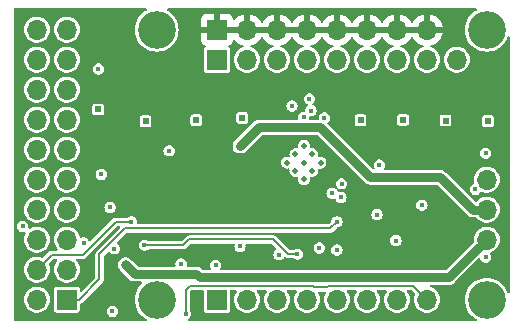
<source format=gbr>
%TF.GenerationSoftware,KiCad,Pcbnew,8.0.7*%
%TF.CreationDate,2025-04-21T06:01:31-04:00*%
%TF.ProjectId,tac5212_audio_board_single_ended,74616335-3231-4325-9f61-7564696f5f62,rev?*%
%TF.SameCoordinates,Original*%
%TF.FileFunction,Copper,L3,Inr*%
%TF.FilePolarity,Positive*%
%FSLAX46Y46*%
G04 Gerber Fmt 4.6, Leading zero omitted, Abs format (unit mm)*
G04 Created by KiCad (PCBNEW 8.0.7) date 2025-04-21 06:01:31*
%MOMM*%
%LPD*%
G01*
G04 APERTURE LIST*
%TA.AperFunction,ComponentPad*%
%ADD10R,1.700000X1.700000*%
%TD*%
%TA.AperFunction,ComponentPad*%
%ADD11O,1.700000X1.700000*%
%TD*%
%TA.AperFunction,ComponentPad*%
%ADD12C,3.200000*%
%TD*%
%TA.AperFunction,ComponentPad*%
%ADD13C,0.500000*%
%TD*%
%TA.AperFunction,HeatsinkPad*%
%ADD14C,0.500000*%
%TD*%
%TA.AperFunction,ComponentPad*%
%ADD15R,0.500000X0.500000*%
%TD*%
%TA.AperFunction,ViaPad*%
%ADD16C,0.450000*%
%TD*%
%TA.AperFunction,ViaPad*%
%ADD17C,0.800000*%
%TD*%
%TA.AperFunction,Conductor*%
%ADD18C,0.200000*%
%TD*%
%TA.AperFunction,Conductor*%
%ADD19C,0.750000*%
%TD*%
G04 APERTURE END LIST*
D10*
%TO.N,EN_HELD_HIGH*%
%TO.C,board_outline108*%
X89337500Y-122600000D03*
D11*
%TO.N,unconnected-(board_outline108-HELD_LOW-Pad2)*%
X86797500Y-122600000D03*
%TO.N,Net-(5V108-B)*%
X89337500Y-120060000D03*
%TO.N,3.3v_IDE*%
X86797500Y-120060000D03*
%TO.N,unconnected-(board_outline108-12V-Pad5)*%
X89337500Y-117520000D03*
%TO.N,GNDD*%
X86797500Y-117520000D03*
%TO.N,5212_DIN1*%
X89337500Y-114980000D03*
%TO.N,GNDD*%
X86797500Y-114980000D03*
%TO.N,5212_DOUT1+*%
X89337500Y-112440000D03*
%TO.N,GNDD*%
X86797500Y-112440000D03*
%TO.N,5212_BCLK1*%
X89337500Y-109900000D03*
%TO.N,GNDD*%
X86797500Y-109900000D03*
%TO.N,5212_LRCK1*%
X89337500Y-107360000D03*
%TO.N,GNDD*%
X86797500Y-107360000D03*
%TO.N,DSP_SDA*%
X89337500Y-104820000D03*
%TO.N,GNDD*%
X86797500Y-104820000D03*
%TO.N,DSP_SCL*%
X89337500Y-102280000D03*
%TO.N,GNDD*%
X86797500Y-102280000D03*
%TO.N,5212_MCLK1*%
X89337500Y-99740000D03*
%TO.N,GNDD*%
X86797500Y-99740000D03*
D10*
%TO.N,OUT1P+*%
X102047500Y-102285000D03*
%TO.N,Earth*%
X102047500Y-99745000D03*
D11*
%TO.N,OUT1M+*%
X104587500Y-102285000D03*
%TO.N,Earth*%
X104587500Y-99745000D03*
%TO.N,OUT2P+*%
X107127500Y-102285000D03*
%TO.N,Earth*%
X107127500Y-99745000D03*
%TO.N,OUT2M+*%
X109667500Y-102285000D03*
%TO.N,Earth*%
X109667500Y-99745000D03*
%TO.N,IN1P+*%
X112207500Y-102285000D03*
%TO.N,Earth*%
X112207500Y-99745000D03*
%TO.N,IN1M+*%
X114747500Y-102285000D03*
%TO.N,Earth*%
X114747500Y-99745000D03*
%TO.N,IN2P+*%
X117287500Y-102285000D03*
%TO.N,Earth*%
X117287500Y-99745000D03*
%TO.N,IN2M+*%
X119827500Y-102285000D03*
%TO.N,Earth*%
X119827500Y-99745000D03*
D10*
%TO.N,5212_SCL*%
X102047500Y-122605000D03*
D11*
%TO.N,5212_SDA*%
X104587500Y-122605000D03*
%TO.N,GNDD*%
X107127500Y-122605000D03*
%TO.N,GPIO1*%
X109667500Y-122605000D03*
%TO.N,GPIO2*%
X112207500Y-122605000D03*
%TO.N,GPO1*%
X114747500Y-122605000D03*
%TO.N,GPI1*%
X117287500Y-122605000D03*
%TO.N,GNDD*%
X119827500Y-122605000D03*
%TO.N,5V*%
X124892500Y-117525000D03*
%TO.N,3.3V_LDO*%
X124892500Y-114985000D03*
%TO.N,GNDD*%
X124892500Y-112445000D03*
%TO.N,MICBIAS*%
X122352500Y-102285000D03*
D12*
%TO.N,Net-(E108-B)*%
X96952500Y-99745000D03*
%TO.N,Net-(E109-B)*%
X124892500Y-99745000D03*
%TO.N,Net-(G117-A)*%
X96952500Y-122605000D03*
%TO.N,Net-(G118-A)*%
X124892500Y-122605000D03*
%TD*%
D13*
%TO.N,Earth*%
%TO.C,G110*%
X117100000Y-114000000D03*
%TD*%
%TO.N,Earth*%
%TO.C,G109*%
X99200000Y-117200000D03*
%TD*%
%TO.N,Earth*%
%TO.C,G112*%
X118400000Y-114000000D03*
%TD*%
%TO.N,Earth*%
%TO.C,G111*%
X91200000Y-116000000D03*
%TD*%
%TO.N,Earth*%
%TO.C,G113*%
X102200000Y-118400000D03*
%TD*%
D14*
%TO.N,GNDD*%
%TO.C,TAC108-Q1*%
X107985786Y-111000000D03*
X108692893Y-111707107D03*
X109400000Y-112414214D03*
X108692893Y-110292893D03*
X109400000Y-111000000D03*
X110107107Y-111707107D03*
X109400000Y-109585786D03*
X110107107Y-110292893D03*
X110814214Y-111000000D03*
%TD*%
D13*
%TO.N,Earth*%
%TO.C,G115*%
X105000000Y-119800000D03*
%TD*%
%TO.N,Earth*%
%TO.C,G114*%
X123000000Y-115600000D03*
%TD*%
%TO.N,Earth*%
%TO.C,G116*%
X125900000Y-110200000D03*
%TD*%
%TO.N,Earth*%
%TO.C,G108*%
X115800000Y-114500000D03*
%TD*%
D15*
%TO.N,OUT2P*%
%TO.C,OP2*%
X100300000Y-107425000D03*
%TD*%
%TO.N,IN2P*%
%TO.C,INP2*%
X121400000Y-107435000D03*
%TD*%
%TO.N,IN2M*%
%TO.C,INM2*%
X125000000Y-107482500D03*
%TD*%
%TO.N,OUT2M*%
%TO.C,OM2*%
X104200000Y-107200000D03*
%TD*%
%TO.N,OUT1P*%
%TO.C,OP1*%
X96000000Y-107500000D03*
%TD*%
%TO.N,IN1M*%
%TO.C,INM1*%
X117800000Y-107362500D03*
%TD*%
%TO.N,OUT1M*%
%TO.C,OM1*%
X92000000Y-106500000D03*
%TD*%
%TO.N,IN1P*%
%TO.C,INP1*%
X114200000Y-107425000D03*
%TD*%
D16*
%TO.N,Net-(TAC108-Q1-GPO1A)*%
X111800000Y-113600000D03*
X109879002Y-105600000D03*
%TO.N,GNDD*%
X93000000Y-114800000D03*
X112200000Y-118400000D03*
X99400000Y-123800000D03*
X92250000Y-112000000D03*
X119400000Y-114600000D03*
X108400000Y-106199998D03*
X93363425Y-118278913D03*
X98000000Y-110000000D03*
X115600000Y-115400000D03*
X117200000Y-117600000D03*
X104000000Y-118100000D03*
X115800000Y-111200000D03*
X99006587Y-119580000D03*
X124800000Y-119000000D03*
X123929785Y-113270215D03*
X93200000Y-123600000D03*
%TO.N,5V*%
X123908750Y-118508750D03*
D17*
X94314682Y-119660000D03*
D16*
%TO.N,Earth*%
X94600000Y-105800000D03*
X94400000Y-101000000D03*
X91800000Y-123600000D03*
X103224739Y-107762663D03*
X126400000Y-113600000D03*
X96200000Y-103200000D03*
X94400000Y-98400000D03*
X107753490Y-104649666D03*
X111200000Y-104200000D03*
X126200000Y-102000000D03*
X122150000Y-104650000D03*
%TO.N,EN_HELD_HIGH*%
X112200000Y-116000000D03*
%TO.N,5212_SCL*%
X101934085Y-119700000D03*
%TO.N,5212_SDA*%
X90762790Y-117786552D03*
X92007954Y-103082209D03*
%TO.N,3.3V_LDO*%
X104000000Y-109600000D03*
%TO.N,GPI1*%
X85600000Y-116400000D03*
%TO.N,Net-(PU_EN108-Pad1)*%
X110704037Y-118225583D03*
X107303448Y-118794456D03*
%TO.N,3.3v_IDE*%
X108861982Y-118748569D03*
X94800000Y-116000000D03*
X95900000Y-118000000D03*
%TO.N,Net-(TAC108-Q1-ADDRA)*%
X124800000Y-110200000D03*
X111131931Y-107223692D03*
%TO.N,Net-(TAC108-Q1-GPI1A)*%
X112600000Y-112800000D03*
X110000000Y-106600000D03*
%TO.N,Net-(TAC108-Q1-GPI2A)*%
X112548812Y-113950000D03*
X109375000Y-107150000D03*
%TD*%
D18*
%TO.N,3.3v_IDE*%
X93500000Y-116000000D02*
X94800000Y-116000000D01*
X88057500Y-118800000D02*
X90700000Y-118800000D01*
X86797500Y-120060000D02*
X88057500Y-118800000D01*
X90700000Y-118800000D02*
X93500000Y-116000000D01*
D19*
%TO.N,5V*%
X95084682Y-120430000D02*
X94314682Y-119660000D01*
X100305000Y-120430000D02*
X95084682Y-120430000D01*
X100600000Y-120725000D02*
X100305000Y-120430000D01*
X123908750Y-118508750D02*
X121692500Y-120725000D01*
X121692500Y-120725000D02*
X100600000Y-120725000D01*
%TO.N,3.3V_LDO*%
X105600002Y-108000000D02*
X104000000Y-109600002D01*
X110800000Y-108000000D02*
X105600002Y-108000000D01*
X115045355Y-112245355D02*
X110800000Y-108000000D01*
X120950774Y-112245355D02*
X115045355Y-112245355D01*
X123690419Y-114985000D02*
X120950774Y-112245355D01*
X124892500Y-114985000D02*
X123690419Y-114985000D01*
D18*
%TO.N,GNDD*%
X99770000Y-121430000D02*
X99400000Y-121800000D01*
X119827500Y-122605000D02*
X118652500Y-121430000D01*
X111327934Y-121562431D02*
X110286632Y-121562431D01*
X99400000Y-121800000D02*
X99400000Y-123800000D01*
X110154201Y-121430000D02*
X99770000Y-121430000D01*
X118652500Y-121430000D02*
X111460365Y-121430000D01*
X110286632Y-121562431D02*
X110154201Y-121430000D01*
X111460365Y-121430000D02*
X111327934Y-121562431D01*
D19*
%TO.N,5V*%
X124892500Y-117525000D02*
X123908750Y-118508750D01*
D18*
%TO.N,EN_HELD_HIGH*%
X90387500Y-122600000D02*
X92100000Y-120887500D01*
X92100000Y-120887500D02*
X92100000Y-118765685D01*
X92100000Y-118765685D02*
X94290685Y-116575000D01*
X94290685Y-116575000D02*
X111625000Y-116575000D01*
X89337500Y-122600000D02*
X90387500Y-122600000D01*
X111625000Y-116575000D02*
X112200000Y-116000000D01*
%TO.N,3.3V_LDO*%
X104000000Y-109600000D02*
X104000000Y-109600002D01*
X104000000Y-109600000D02*
X104000000Y-109625000D01*
%TO.N,3.3v_IDE*%
X108070735Y-118748569D02*
X106822166Y-117500000D01*
X99200000Y-118000000D02*
X95900000Y-118000000D01*
X99700000Y-117500000D02*
X99200000Y-118000000D01*
X108861982Y-118748569D02*
X108070735Y-118748569D01*
X106822166Y-117500000D02*
X99700000Y-117500000D01*
%TD*%
%TA.AperFunction,Conductor*%
%TO.N,Earth*%
G36*
X104121575Y-99552007D02*
G01*
X104087500Y-99679174D01*
X104087500Y-99810826D01*
X104121575Y-99937993D01*
X104154488Y-99995000D01*
X102480512Y-99995000D01*
X102513425Y-99937993D01*
X102547500Y-99810826D01*
X102547500Y-99679174D01*
X102513425Y-99552007D01*
X102480512Y-99495000D01*
X104154488Y-99495000D01*
X104121575Y-99552007D01*
G37*
%TD.AperFunction*%
%TA.AperFunction,Conductor*%
G36*
X106661575Y-99552007D02*
G01*
X106627500Y-99679174D01*
X106627500Y-99810826D01*
X106661575Y-99937993D01*
X106694488Y-99995000D01*
X105020512Y-99995000D01*
X105053425Y-99937993D01*
X105087500Y-99810826D01*
X105087500Y-99679174D01*
X105053425Y-99552007D01*
X105020512Y-99495000D01*
X106694488Y-99495000D01*
X106661575Y-99552007D01*
G37*
%TD.AperFunction*%
%TA.AperFunction,Conductor*%
G36*
X109201575Y-99552007D02*
G01*
X109167500Y-99679174D01*
X109167500Y-99810826D01*
X109201575Y-99937993D01*
X109234488Y-99995000D01*
X107560512Y-99995000D01*
X107593425Y-99937993D01*
X107627500Y-99810826D01*
X107627500Y-99679174D01*
X107593425Y-99552007D01*
X107560512Y-99495000D01*
X109234488Y-99495000D01*
X109201575Y-99552007D01*
G37*
%TD.AperFunction*%
%TA.AperFunction,Conductor*%
G36*
X111741575Y-99552007D02*
G01*
X111707500Y-99679174D01*
X111707500Y-99810826D01*
X111741575Y-99937993D01*
X111774488Y-99995000D01*
X110100512Y-99995000D01*
X110133425Y-99937993D01*
X110167500Y-99810826D01*
X110167500Y-99679174D01*
X110133425Y-99552007D01*
X110100512Y-99495000D01*
X111774488Y-99495000D01*
X111741575Y-99552007D01*
G37*
%TD.AperFunction*%
%TA.AperFunction,Conductor*%
G36*
X114281575Y-99552007D02*
G01*
X114247500Y-99679174D01*
X114247500Y-99810826D01*
X114281575Y-99937993D01*
X114314488Y-99995000D01*
X112640512Y-99995000D01*
X112673425Y-99937993D01*
X112707500Y-99810826D01*
X112707500Y-99679174D01*
X112673425Y-99552007D01*
X112640512Y-99495000D01*
X114314488Y-99495000D01*
X114281575Y-99552007D01*
G37*
%TD.AperFunction*%
%TA.AperFunction,Conductor*%
G36*
X116821575Y-99552007D02*
G01*
X116787500Y-99679174D01*
X116787500Y-99810826D01*
X116821575Y-99937993D01*
X116854488Y-99995000D01*
X115180512Y-99995000D01*
X115213425Y-99937993D01*
X115247500Y-99810826D01*
X115247500Y-99679174D01*
X115213425Y-99552007D01*
X115180512Y-99495000D01*
X116854488Y-99495000D01*
X116821575Y-99552007D01*
G37*
%TD.AperFunction*%
%TA.AperFunction,Conductor*%
G36*
X119361575Y-99552007D02*
G01*
X119327500Y-99679174D01*
X119327500Y-99810826D01*
X119361575Y-99937993D01*
X119394488Y-99995000D01*
X117720512Y-99995000D01*
X117753425Y-99937993D01*
X117787500Y-99810826D01*
X117787500Y-99679174D01*
X117753425Y-99552007D01*
X117720512Y-99495000D01*
X119394488Y-99495000D01*
X119361575Y-99552007D01*
G37*
%TD.AperFunction*%
%TA.AperFunction,Conductor*%
G36*
X96058017Y-97963907D02*
G01*
X96093981Y-98013407D01*
X96093981Y-98074593D01*
X96058017Y-98124093D01*
X96047272Y-98130890D01*
X95949488Y-98184283D01*
X95737590Y-98342908D01*
X95550408Y-98530090D01*
X95391783Y-98741988D01*
X95264927Y-98974307D01*
X95264926Y-98974309D01*
X95172424Y-99222317D01*
X95116156Y-99480979D01*
X95097273Y-99745000D01*
X95116156Y-100009020D01*
X95116156Y-100009023D01*
X95116157Y-100009026D01*
X95144486Y-100139252D01*
X95172424Y-100267682D01*
X95264926Y-100515690D01*
X95264927Y-100515692D01*
X95391784Y-100748011D01*
X95391783Y-100748011D01*
X95550408Y-100959909D01*
X95550410Y-100959911D01*
X95550413Y-100959915D01*
X95737585Y-101147087D01*
X95737588Y-101147089D01*
X95737590Y-101147091D01*
X95949488Y-101305716D01*
X96181807Y-101432572D01*
X96181811Y-101432574D01*
X96429817Y-101525075D01*
X96429822Y-101525077D01*
X96688474Y-101581343D01*
X96952500Y-101600227D01*
X97216526Y-101581343D01*
X97475178Y-101525077D01*
X97723189Y-101432574D01*
X97955511Y-101305716D01*
X98167415Y-101147087D01*
X98354587Y-100959915D01*
X98513216Y-100748011D01*
X98570653Y-100642824D01*
X100697499Y-100642824D01*
X100703901Y-100702370D01*
X100703903Y-100702381D01*
X100754146Y-100837088D01*
X100754147Y-100837090D01*
X100840307Y-100952184D01*
X100840315Y-100952192D01*
X100955409Y-101038352D01*
X100955411Y-101038353D01*
X101021128Y-101062864D01*
X101069043Y-101100914D01*
X101085441Y-101159861D01*
X101064060Y-101217189D01*
X101041534Y-101237937D01*
X101016902Y-101254395D01*
X101016897Y-101254400D01*
X100961535Y-101337257D01*
X100961533Y-101337263D01*
X100947001Y-101410315D01*
X100947000Y-101410327D01*
X100947000Y-103159672D01*
X100947001Y-103159684D01*
X100961533Y-103232736D01*
X100961535Y-103232742D01*
X101016897Y-103315599D01*
X101016899Y-103315601D01*
X101099760Y-103370966D01*
X101147690Y-103380500D01*
X101172815Y-103385498D01*
X101172820Y-103385498D01*
X101172826Y-103385500D01*
X101172827Y-103385500D01*
X102922173Y-103385500D01*
X102922174Y-103385500D01*
X102995240Y-103370966D01*
X103078101Y-103315601D01*
X103133466Y-103232740D01*
X103148000Y-103159674D01*
X103148000Y-101410326D01*
X103133466Y-101337260D01*
X103078101Y-101254399D01*
X103078099Y-101254397D01*
X103053466Y-101237938D01*
X103015586Y-101189888D01*
X103013184Y-101128750D01*
X103047176Y-101077876D01*
X103073871Y-101062863D01*
X103139592Y-101038351D01*
X103254684Y-100952192D01*
X103254692Y-100952184D01*
X103340852Y-100837090D01*
X103340853Y-100837088D01*
X103391096Y-100702381D01*
X103391098Y-100702370D01*
X103392722Y-100687269D01*
X103417741Y-100631432D01*
X103470801Y-100600965D01*
X103531636Y-100607504D01*
X103561159Y-100627846D01*
X103716426Y-100783113D01*
X103909922Y-100918600D01*
X104124009Y-101018430D01*
X104237018Y-101048711D01*
X104288332Y-101082035D01*
X104310259Y-101139156D01*
X104294424Y-101198257D01*
X104247157Y-101236653D01*
X104094863Y-101295652D01*
X104027664Y-101337260D01*
X103921459Y-101403019D01*
X103770737Y-101540420D01*
X103647828Y-101703177D01*
X103647823Y-101703186D01*
X103556919Y-101885747D01*
X103556918Y-101885750D01*
X103501103Y-102081917D01*
X103482285Y-102285000D01*
X103501103Y-102488083D01*
X103556918Y-102684250D01*
X103647827Y-102866821D01*
X103770736Y-103029579D01*
X103921459Y-103166981D01*
X104094863Y-103274348D01*
X104285044Y-103348024D01*
X104485524Y-103385500D01*
X104689476Y-103385500D01*
X104889956Y-103348024D01*
X105080137Y-103274348D01*
X105253541Y-103166981D01*
X105404264Y-103029579D01*
X105527173Y-102866821D01*
X105618082Y-102684250D01*
X105673897Y-102488083D01*
X105692715Y-102285000D01*
X105673897Y-102081917D01*
X105618082Y-101885750D01*
X105527173Y-101703179D01*
X105404264Y-101540421D01*
X105253541Y-101403019D01*
X105080137Y-101295652D01*
X104927840Y-101236652D01*
X104880410Y-101198001D01*
X104864756Y-101138852D01*
X104886859Y-101081799D01*
X104937981Y-101048711D01*
X105050990Y-101018430D01*
X105265077Y-100918600D01*
X105458573Y-100783113D01*
X105625613Y-100616073D01*
X105761101Y-100422576D01*
X105761102Y-100422574D01*
X105767775Y-100408265D01*
X105809503Y-100363516D01*
X105869564Y-100351841D01*
X105925017Y-100377698D01*
X105947225Y-100408265D01*
X105953897Y-100422574D01*
X105953898Y-100422576D01*
X106089386Y-100616073D01*
X106256426Y-100783113D01*
X106449922Y-100918600D01*
X106664009Y-101018430D01*
X106777018Y-101048711D01*
X106828332Y-101082035D01*
X106850259Y-101139156D01*
X106834424Y-101198257D01*
X106787157Y-101236653D01*
X106634863Y-101295652D01*
X106567664Y-101337260D01*
X106461459Y-101403019D01*
X106310737Y-101540420D01*
X106187828Y-101703177D01*
X106187823Y-101703186D01*
X106096919Y-101885747D01*
X106096918Y-101885750D01*
X106041103Y-102081917D01*
X106022285Y-102285000D01*
X106041103Y-102488083D01*
X106096918Y-102684250D01*
X106187827Y-102866821D01*
X106310736Y-103029579D01*
X106461459Y-103166981D01*
X106634863Y-103274348D01*
X106825044Y-103348024D01*
X107025524Y-103385500D01*
X107229476Y-103385500D01*
X107429956Y-103348024D01*
X107620137Y-103274348D01*
X107793541Y-103166981D01*
X107944264Y-103029579D01*
X108067173Y-102866821D01*
X108158082Y-102684250D01*
X108213897Y-102488083D01*
X108232715Y-102285000D01*
X108213897Y-102081917D01*
X108158082Y-101885750D01*
X108067173Y-101703179D01*
X107944264Y-101540421D01*
X107793541Y-101403019D01*
X107620137Y-101295652D01*
X107467840Y-101236652D01*
X107420410Y-101198001D01*
X107404756Y-101138852D01*
X107426859Y-101081799D01*
X107477981Y-101048711D01*
X107590990Y-101018430D01*
X107805077Y-100918600D01*
X107998573Y-100783113D01*
X108165613Y-100616073D01*
X108301101Y-100422576D01*
X108301102Y-100422574D01*
X108307775Y-100408265D01*
X108349503Y-100363516D01*
X108409564Y-100351841D01*
X108465017Y-100377698D01*
X108487225Y-100408265D01*
X108493897Y-100422574D01*
X108493898Y-100422576D01*
X108629386Y-100616073D01*
X108796426Y-100783113D01*
X108989922Y-100918600D01*
X109204009Y-101018430D01*
X109317018Y-101048711D01*
X109368332Y-101082035D01*
X109390259Y-101139156D01*
X109374424Y-101198257D01*
X109327157Y-101236653D01*
X109174863Y-101295652D01*
X109107664Y-101337260D01*
X109001459Y-101403019D01*
X108850737Y-101540420D01*
X108727828Y-101703177D01*
X108727823Y-101703186D01*
X108636919Y-101885747D01*
X108636918Y-101885750D01*
X108581103Y-102081917D01*
X108562285Y-102285000D01*
X108581103Y-102488083D01*
X108636918Y-102684250D01*
X108727827Y-102866821D01*
X108850736Y-103029579D01*
X109001459Y-103166981D01*
X109174863Y-103274348D01*
X109365044Y-103348024D01*
X109565524Y-103385500D01*
X109769476Y-103385500D01*
X109969956Y-103348024D01*
X110160137Y-103274348D01*
X110333541Y-103166981D01*
X110484264Y-103029579D01*
X110607173Y-102866821D01*
X110698082Y-102684250D01*
X110753897Y-102488083D01*
X110772715Y-102285000D01*
X110753897Y-102081917D01*
X110698082Y-101885750D01*
X110607173Y-101703179D01*
X110484264Y-101540421D01*
X110333541Y-101403019D01*
X110160137Y-101295652D01*
X110007840Y-101236652D01*
X109960410Y-101198001D01*
X109944756Y-101138852D01*
X109966859Y-101081799D01*
X110017981Y-101048711D01*
X110130990Y-101018430D01*
X110345077Y-100918600D01*
X110538573Y-100783113D01*
X110705613Y-100616073D01*
X110841101Y-100422576D01*
X110841102Y-100422574D01*
X110847775Y-100408265D01*
X110889503Y-100363516D01*
X110949564Y-100351841D01*
X111005017Y-100377698D01*
X111027225Y-100408265D01*
X111033897Y-100422574D01*
X111033898Y-100422576D01*
X111169386Y-100616073D01*
X111336426Y-100783113D01*
X111529922Y-100918600D01*
X111744009Y-101018430D01*
X111857018Y-101048711D01*
X111908332Y-101082035D01*
X111930259Y-101139156D01*
X111914424Y-101198257D01*
X111867157Y-101236653D01*
X111714863Y-101295652D01*
X111647664Y-101337260D01*
X111541459Y-101403019D01*
X111390737Y-101540420D01*
X111267828Y-101703177D01*
X111267823Y-101703186D01*
X111176919Y-101885747D01*
X111176918Y-101885750D01*
X111121103Y-102081917D01*
X111102285Y-102285000D01*
X111121103Y-102488083D01*
X111176918Y-102684250D01*
X111267827Y-102866821D01*
X111390736Y-103029579D01*
X111541459Y-103166981D01*
X111714863Y-103274348D01*
X111905044Y-103348024D01*
X112105524Y-103385500D01*
X112309476Y-103385500D01*
X112509956Y-103348024D01*
X112700137Y-103274348D01*
X112873541Y-103166981D01*
X113024264Y-103029579D01*
X113147173Y-102866821D01*
X113238082Y-102684250D01*
X113293897Y-102488083D01*
X113312715Y-102285000D01*
X113293897Y-102081917D01*
X113238082Y-101885750D01*
X113147173Y-101703179D01*
X113024264Y-101540421D01*
X112873541Y-101403019D01*
X112700137Y-101295652D01*
X112547840Y-101236652D01*
X112500410Y-101198001D01*
X112484756Y-101138852D01*
X112506859Y-101081799D01*
X112557981Y-101048711D01*
X112670990Y-101018430D01*
X112885077Y-100918600D01*
X113078573Y-100783113D01*
X113245613Y-100616073D01*
X113381101Y-100422576D01*
X113381102Y-100422574D01*
X113387775Y-100408265D01*
X113429503Y-100363516D01*
X113489564Y-100351841D01*
X113545017Y-100377698D01*
X113567225Y-100408265D01*
X113573897Y-100422574D01*
X113573898Y-100422576D01*
X113709386Y-100616073D01*
X113876426Y-100783113D01*
X114069922Y-100918600D01*
X114284009Y-101018430D01*
X114397018Y-101048711D01*
X114448332Y-101082035D01*
X114470259Y-101139156D01*
X114454424Y-101198257D01*
X114407157Y-101236653D01*
X114254863Y-101295652D01*
X114187664Y-101337260D01*
X114081459Y-101403019D01*
X113930737Y-101540420D01*
X113807828Y-101703177D01*
X113807823Y-101703186D01*
X113716919Y-101885747D01*
X113716918Y-101885750D01*
X113661103Y-102081917D01*
X113642285Y-102285000D01*
X113661103Y-102488083D01*
X113716918Y-102684250D01*
X113807827Y-102866821D01*
X113930736Y-103029579D01*
X114081459Y-103166981D01*
X114254863Y-103274348D01*
X114445044Y-103348024D01*
X114645524Y-103385500D01*
X114849476Y-103385500D01*
X115049956Y-103348024D01*
X115240137Y-103274348D01*
X115413541Y-103166981D01*
X115564264Y-103029579D01*
X115687173Y-102866821D01*
X115778082Y-102684250D01*
X115833897Y-102488083D01*
X115852715Y-102285000D01*
X115833897Y-102081917D01*
X115778082Y-101885750D01*
X115687173Y-101703179D01*
X115564264Y-101540421D01*
X115413541Y-101403019D01*
X115240137Y-101295652D01*
X115087840Y-101236652D01*
X115040410Y-101198001D01*
X115024756Y-101138852D01*
X115046859Y-101081799D01*
X115097981Y-101048711D01*
X115210990Y-101018430D01*
X115425077Y-100918600D01*
X115618573Y-100783113D01*
X115785613Y-100616073D01*
X115921101Y-100422576D01*
X115921102Y-100422574D01*
X115927775Y-100408265D01*
X115969503Y-100363516D01*
X116029564Y-100351841D01*
X116085017Y-100377698D01*
X116107225Y-100408265D01*
X116113897Y-100422574D01*
X116113898Y-100422576D01*
X116249386Y-100616073D01*
X116416426Y-100783113D01*
X116609922Y-100918600D01*
X116824009Y-101018430D01*
X116937018Y-101048711D01*
X116988332Y-101082035D01*
X117010259Y-101139156D01*
X116994424Y-101198257D01*
X116947157Y-101236653D01*
X116794863Y-101295652D01*
X116727664Y-101337260D01*
X116621459Y-101403019D01*
X116470737Y-101540420D01*
X116347828Y-101703177D01*
X116347823Y-101703186D01*
X116256919Y-101885747D01*
X116256918Y-101885750D01*
X116201103Y-102081917D01*
X116182285Y-102285000D01*
X116201103Y-102488083D01*
X116256918Y-102684250D01*
X116347827Y-102866821D01*
X116470736Y-103029579D01*
X116621459Y-103166981D01*
X116794863Y-103274348D01*
X116985044Y-103348024D01*
X117185524Y-103385500D01*
X117389476Y-103385500D01*
X117589956Y-103348024D01*
X117780137Y-103274348D01*
X117953541Y-103166981D01*
X118104264Y-103029579D01*
X118227173Y-102866821D01*
X118318082Y-102684250D01*
X118373897Y-102488083D01*
X118392715Y-102285000D01*
X118373897Y-102081917D01*
X118318082Y-101885750D01*
X118227173Y-101703179D01*
X118104264Y-101540421D01*
X117953541Y-101403019D01*
X117780137Y-101295652D01*
X117627840Y-101236652D01*
X117580410Y-101198001D01*
X117564756Y-101138852D01*
X117586859Y-101081799D01*
X117637981Y-101048711D01*
X117750990Y-101018430D01*
X117965077Y-100918600D01*
X118158573Y-100783113D01*
X118325613Y-100616073D01*
X118461101Y-100422576D01*
X118461102Y-100422574D01*
X118467775Y-100408265D01*
X118509503Y-100363516D01*
X118569564Y-100351841D01*
X118625017Y-100377698D01*
X118647225Y-100408265D01*
X118653897Y-100422574D01*
X118653898Y-100422576D01*
X118789386Y-100616073D01*
X118956426Y-100783113D01*
X119149922Y-100918600D01*
X119364009Y-101018430D01*
X119477018Y-101048711D01*
X119528332Y-101082035D01*
X119550259Y-101139156D01*
X119534424Y-101198257D01*
X119487157Y-101236653D01*
X119334863Y-101295652D01*
X119267664Y-101337260D01*
X119161459Y-101403019D01*
X119010737Y-101540420D01*
X118887828Y-101703177D01*
X118887823Y-101703186D01*
X118796919Y-101885747D01*
X118796918Y-101885750D01*
X118741103Y-102081917D01*
X118722285Y-102285000D01*
X118741103Y-102488083D01*
X118796918Y-102684250D01*
X118887827Y-102866821D01*
X119010736Y-103029579D01*
X119161459Y-103166981D01*
X119334863Y-103274348D01*
X119525044Y-103348024D01*
X119725524Y-103385500D01*
X119929476Y-103385500D01*
X120129956Y-103348024D01*
X120320137Y-103274348D01*
X120493541Y-103166981D01*
X120644264Y-103029579D01*
X120767173Y-102866821D01*
X120858082Y-102684250D01*
X120913897Y-102488083D01*
X120932715Y-102285000D01*
X121247285Y-102285000D01*
X121266103Y-102488083D01*
X121321918Y-102684250D01*
X121412827Y-102866821D01*
X121535736Y-103029579D01*
X121686459Y-103166981D01*
X121859863Y-103274348D01*
X122050044Y-103348024D01*
X122250524Y-103385500D01*
X122454476Y-103385500D01*
X122654956Y-103348024D01*
X122845137Y-103274348D01*
X123018541Y-103166981D01*
X123169264Y-103029579D01*
X123292173Y-102866821D01*
X123383082Y-102684250D01*
X123438897Y-102488083D01*
X123457715Y-102285000D01*
X123438897Y-102081917D01*
X123383082Y-101885750D01*
X123292173Y-101703179D01*
X123169264Y-101540421D01*
X123018541Y-101403019D01*
X122845137Y-101295652D01*
X122654956Y-101221976D01*
X122654955Y-101221975D01*
X122654953Y-101221975D01*
X122454476Y-101184500D01*
X122250524Y-101184500D01*
X122050046Y-101221975D01*
X122008841Y-101237938D01*
X121859863Y-101295652D01*
X121792664Y-101337260D01*
X121686459Y-101403019D01*
X121535737Y-101540420D01*
X121412828Y-101703177D01*
X121412823Y-101703186D01*
X121321919Y-101885747D01*
X121321918Y-101885750D01*
X121266103Y-102081917D01*
X121247285Y-102285000D01*
X120932715Y-102285000D01*
X120913897Y-102081917D01*
X120858082Y-101885750D01*
X120767173Y-101703179D01*
X120644264Y-101540421D01*
X120493541Y-101403019D01*
X120320137Y-101295652D01*
X120167840Y-101236652D01*
X120120410Y-101198001D01*
X120104756Y-101138852D01*
X120126859Y-101081799D01*
X120177981Y-101048711D01*
X120290990Y-101018430D01*
X120505077Y-100918600D01*
X120698573Y-100783113D01*
X120865613Y-100616073D01*
X121001100Y-100422577D01*
X121100930Y-100208489D01*
X121158136Y-99995000D01*
X120260512Y-99995000D01*
X120293425Y-99937993D01*
X120327500Y-99810826D01*
X120327500Y-99679174D01*
X120293425Y-99552007D01*
X120260512Y-99495000D01*
X121158136Y-99495000D01*
X121100929Y-99281505D01*
X121001105Y-99067432D01*
X121001101Y-99067424D01*
X120865613Y-98873926D01*
X120698573Y-98706886D01*
X120505077Y-98571399D01*
X120290989Y-98471569D01*
X120077500Y-98414364D01*
X120077500Y-99311988D01*
X120020493Y-99279075D01*
X119893326Y-99245000D01*
X119761674Y-99245000D01*
X119634507Y-99279075D01*
X119577500Y-99311988D01*
X119577500Y-98414364D01*
X119364005Y-98471570D01*
X119149932Y-98571394D01*
X119149924Y-98571398D01*
X118956426Y-98706886D01*
X118789386Y-98873926D01*
X118653898Y-99067424D01*
X118653896Y-99067428D01*
X118647224Y-99081737D01*
X118605495Y-99126485D01*
X118545434Y-99138159D01*
X118489981Y-99112300D01*
X118467776Y-99081737D01*
X118461103Y-99067428D01*
X118461101Y-99067424D01*
X118325613Y-98873926D01*
X118158573Y-98706886D01*
X117965077Y-98571399D01*
X117750989Y-98471569D01*
X117537500Y-98414364D01*
X117537500Y-99311988D01*
X117480493Y-99279075D01*
X117353326Y-99245000D01*
X117221674Y-99245000D01*
X117094507Y-99279075D01*
X117037500Y-99311988D01*
X117037500Y-98414364D01*
X116824005Y-98471570D01*
X116609932Y-98571394D01*
X116609924Y-98571398D01*
X116416426Y-98706886D01*
X116249386Y-98873926D01*
X116113898Y-99067424D01*
X116113896Y-99067428D01*
X116107224Y-99081737D01*
X116065495Y-99126485D01*
X116005434Y-99138159D01*
X115949981Y-99112300D01*
X115927776Y-99081737D01*
X115921103Y-99067428D01*
X115921101Y-99067424D01*
X115785613Y-98873926D01*
X115618573Y-98706886D01*
X115425077Y-98571399D01*
X115210989Y-98471569D01*
X114997500Y-98414364D01*
X114997500Y-99311988D01*
X114940493Y-99279075D01*
X114813326Y-99245000D01*
X114681674Y-99245000D01*
X114554507Y-99279075D01*
X114497500Y-99311988D01*
X114497500Y-98414364D01*
X114284005Y-98471570D01*
X114069932Y-98571394D01*
X114069924Y-98571398D01*
X113876426Y-98706886D01*
X113709386Y-98873926D01*
X113573898Y-99067424D01*
X113573896Y-99067428D01*
X113567224Y-99081737D01*
X113525495Y-99126485D01*
X113465434Y-99138159D01*
X113409981Y-99112300D01*
X113387776Y-99081737D01*
X113381103Y-99067428D01*
X113381101Y-99067424D01*
X113245613Y-98873926D01*
X113078573Y-98706886D01*
X112885077Y-98571399D01*
X112670989Y-98471569D01*
X112457500Y-98414364D01*
X112457500Y-99311988D01*
X112400493Y-99279075D01*
X112273326Y-99245000D01*
X112141674Y-99245000D01*
X112014507Y-99279075D01*
X111957500Y-99311988D01*
X111957500Y-98414364D01*
X111744005Y-98471570D01*
X111529932Y-98571394D01*
X111529924Y-98571398D01*
X111336426Y-98706886D01*
X111169386Y-98873926D01*
X111033898Y-99067424D01*
X111033896Y-99067428D01*
X111027224Y-99081737D01*
X110985495Y-99126485D01*
X110925434Y-99138159D01*
X110869981Y-99112300D01*
X110847776Y-99081737D01*
X110841103Y-99067428D01*
X110841101Y-99067424D01*
X110705613Y-98873926D01*
X110538573Y-98706886D01*
X110345077Y-98571399D01*
X110130989Y-98471569D01*
X109917500Y-98414364D01*
X109917500Y-99311988D01*
X109860493Y-99279075D01*
X109733326Y-99245000D01*
X109601674Y-99245000D01*
X109474507Y-99279075D01*
X109417500Y-99311988D01*
X109417500Y-98414364D01*
X109204005Y-98471570D01*
X108989932Y-98571394D01*
X108989924Y-98571398D01*
X108796426Y-98706886D01*
X108629386Y-98873926D01*
X108493898Y-99067424D01*
X108493896Y-99067428D01*
X108487224Y-99081737D01*
X108445495Y-99126485D01*
X108385434Y-99138159D01*
X108329981Y-99112300D01*
X108307776Y-99081737D01*
X108301103Y-99067428D01*
X108301101Y-99067424D01*
X108165613Y-98873926D01*
X107998573Y-98706886D01*
X107805077Y-98571399D01*
X107590989Y-98471569D01*
X107377500Y-98414364D01*
X107377500Y-99311988D01*
X107320493Y-99279075D01*
X107193326Y-99245000D01*
X107061674Y-99245000D01*
X106934507Y-99279075D01*
X106877500Y-99311988D01*
X106877500Y-98414364D01*
X106664005Y-98471570D01*
X106449932Y-98571394D01*
X106449924Y-98571398D01*
X106256426Y-98706886D01*
X106089386Y-98873926D01*
X105953898Y-99067424D01*
X105953896Y-99067428D01*
X105947224Y-99081737D01*
X105905495Y-99126485D01*
X105845434Y-99138159D01*
X105789981Y-99112300D01*
X105767776Y-99081737D01*
X105761103Y-99067428D01*
X105761101Y-99067424D01*
X105625613Y-98873926D01*
X105458573Y-98706886D01*
X105265077Y-98571399D01*
X105050989Y-98471569D01*
X104837500Y-98414364D01*
X104837500Y-99311988D01*
X104780493Y-99279075D01*
X104653326Y-99245000D01*
X104521674Y-99245000D01*
X104394507Y-99279075D01*
X104337500Y-99311988D01*
X104337500Y-98414364D01*
X104124005Y-98471570D01*
X103909932Y-98571394D01*
X103909924Y-98571398D01*
X103716425Y-98706887D01*
X103716421Y-98706890D01*
X103561158Y-98862153D01*
X103506642Y-98889930D01*
X103446210Y-98880359D01*
X103402945Y-98837094D01*
X103392722Y-98802731D01*
X103391098Y-98787629D01*
X103391096Y-98787618D01*
X103340853Y-98652911D01*
X103340852Y-98652909D01*
X103254692Y-98537815D01*
X103254684Y-98537807D01*
X103139590Y-98451647D01*
X103139588Y-98451646D01*
X103004881Y-98401403D01*
X103004870Y-98401401D01*
X102945324Y-98395000D01*
X102297501Y-98395000D01*
X102297500Y-98395001D01*
X102297500Y-99311988D01*
X102240493Y-99279075D01*
X102113326Y-99245000D01*
X101981674Y-99245000D01*
X101854507Y-99279075D01*
X101797500Y-99311988D01*
X101797500Y-98395001D01*
X101797499Y-98395000D01*
X101149676Y-98395000D01*
X101090129Y-98401401D01*
X101090118Y-98401403D01*
X100955411Y-98451646D01*
X100955409Y-98451647D01*
X100840315Y-98537807D01*
X100840307Y-98537815D01*
X100754147Y-98652909D01*
X100754146Y-98652911D01*
X100703903Y-98787618D01*
X100703901Y-98787629D01*
X100697500Y-98847175D01*
X100697500Y-99494999D01*
X100697501Y-99495000D01*
X101614488Y-99495000D01*
X101581575Y-99552007D01*
X101547500Y-99679174D01*
X101547500Y-99810826D01*
X101581575Y-99937993D01*
X101614488Y-99995000D01*
X100697501Y-99995000D01*
X100697500Y-99995001D01*
X100697500Y-100642824D01*
X100697499Y-100642824D01*
X98570653Y-100642824D01*
X98640074Y-100515689D01*
X98732577Y-100267678D01*
X98788843Y-100009026D01*
X98807727Y-99745000D01*
X98788843Y-99480974D01*
X98732577Y-99222322D01*
X98640074Y-98974311D01*
X98513216Y-98741989D01*
X98513215Y-98741988D01*
X98513216Y-98741988D01*
X98354591Y-98530090D01*
X98354589Y-98530088D01*
X98354587Y-98530085D01*
X98167415Y-98342913D01*
X98167411Y-98342910D01*
X98167409Y-98342908D01*
X97955511Y-98184283D01*
X97857728Y-98130890D01*
X97815717Y-98086408D01*
X97807875Y-98025727D01*
X97837198Y-97972026D01*
X97892486Y-97945816D01*
X97905174Y-97945000D01*
X123939826Y-97945000D01*
X123998017Y-97963907D01*
X124033981Y-98013407D01*
X124033981Y-98074593D01*
X123998017Y-98124093D01*
X123987272Y-98130890D01*
X123889488Y-98184283D01*
X123677590Y-98342908D01*
X123490408Y-98530090D01*
X123331783Y-98741988D01*
X123204927Y-98974307D01*
X123204926Y-98974309D01*
X123112424Y-99222317D01*
X123056156Y-99480979D01*
X123037273Y-99745000D01*
X123056156Y-100009020D01*
X123056156Y-100009023D01*
X123056157Y-100009026D01*
X123084486Y-100139252D01*
X123112424Y-100267682D01*
X123204926Y-100515690D01*
X123204927Y-100515692D01*
X123331784Y-100748011D01*
X123331783Y-100748011D01*
X123490408Y-100959909D01*
X123490410Y-100959911D01*
X123490413Y-100959915D01*
X123677585Y-101147087D01*
X123677588Y-101147089D01*
X123677590Y-101147091D01*
X123889488Y-101305716D01*
X124121807Y-101432572D01*
X124121811Y-101432574D01*
X124369817Y-101525075D01*
X124369822Y-101525077D01*
X124628474Y-101581343D01*
X124892500Y-101600227D01*
X125156526Y-101581343D01*
X125415178Y-101525077D01*
X125663189Y-101432574D01*
X125895511Y-101305716D01*
X126107415Y-101147087D01*
X126294587Y-100959915D01*
X126453216Y-100748011D01*
X126580074Y-100515689D01*
X126640742Y-100353030D01*
X126678793Y-100305117D01*
X126737740Y-100288719D01*
X126795067Y-100310101D01*
X126828878Y-100361096D01*
X126832500Y-100387628D01*
X126832500Y-121962371D01*
X126813593Y-122020562D01*
X126764093Y-122056526D01*
X126702907Y-122056526D01*
X126653407Y-122020562D01*
X126640742Y-121996968D01*
X126605701Y-121903020D01*
X126580074Y-121834311D01*
X126551356Y-121781719D01*
X126516573Y-121718019D01*
X126453216Y-121601989D01*
X126453215Y-121601988D01*
X126453216Y-121601988D01*
X126294591Y-121390090D01*
X126294589Y-121390088D01*
X126294587Y-121390085D01*
X126107415Y-121202913D01*
X126107411Y-121202910D01*
X126107409Y-121202908D01*
X125895511Y-121044283D01*
X125663192Y-120917427D01*
X125663190Y-120917426D01*
X125415181Y-120824924D01*
X125415183Y-120824924D01*
X125357459Y-120812367D01*
X125156526Y-120768657D01*
X125156523Y-120768656D01*
X125156520Y-120768656D01*
X124892500Y-120749773D01*
X124628479Y-120768656D01*
X124369817Y-120824924D01*
X124121809Y-120917426D01*
X124121807Y-120917427D01*
X123889488Y-121044283D01*
X123677590Y-121202908D01*
X123490408Y-121390090D01*
X123331783Y-121601988D01*
X123204927Y-121834307D01*
X123204926Y-121834309D01*
X123112424Y-122082317D01*
X123056156Y-122340979D01*
X123037273Y-122605000D01*
X123056156Y-122869020D01*
X123056156Y-122869023D01*
X123056157Y-122869026D01*
X123090152Y-123025298D01*
X123112424Y-123127682D01*
X123204926Y-123375690D01*
X123204927Y-123375692D01*
X123331784Y-123608011D01*
X123331783Y-123608011D01*
X123490408Y-123819909D01*
X123490410Y-123819911D01*
X123490413Y-123819915D01*
X123677585Y-124007087D01*
X123677588Y-124007089D01*
X123677590Y-124007091D01*
X123889488Y-124165716D01*
X123987272Y-124219110D01*
X124029283Y-124263592D01*
X124037125Y-124324273D01*
X124007802Y-124377974D01*
X123952514Y-124404184D01*
X123939826Y-124405000D01*
X99675276Y-124405000D01*
X99617085Y-124386093D01*
X99581121Y-124336593D01*
X99581121Y-124275407D01*
X99617085Y-124225907D01*
X99621722Y-124222735D01*
X99714589Y-124163055D01*
X99804130Y-124059718D01*
X99860931Y-123935342D01*
X99871804Y-123859718D01*
X99880390Y-123800002D01*
X99880390Y-123799997D01*
X99860932Y-123664662D01*
X99860930Y-123664654D01*
X99804131Y-123540284D01*
X99804129Y-123540280D01*
X99774680Y-123506293D01*
X99750863Y-123449933D01*
X99750500Y-123441463D01*
X99750500Y-121986190D01*
X99769407Y-121927999D01*
X99779496Y-121916186D01*
X99886186Y-121809496D01*
X99940703Y-121781719D01*
X99956190Y-121780500D01*
X100848000Y-121780500D01*
X100906191Y-121799407D01*
X100942155Y-121848907D01*
X100947000Y-121879500D01*
X100947000Y-123479672D01*
X100947001Y-123479684D01*
X100961533Y-123552736D01*
X100961535Y-123552742D01*
X101016897Y-123635599D01*
X101016900Y-123635602D01*
X101065424Y-123668024D01*
X101099760Y-123690966D01*
X101147680Y-123700498D01*
X101172815Y-123705498D01*
X101172820Y-123705498D01*
X101172826Y-123705500D01*
X101172827Y-123705500D01*
X102922173Y-123705500D01*
X102922174Y-123705500D01*
X102995240Y-123690966D01*
X103078101Y-123635601D01*
X103133466Y-123552740D01*
X103148000Y-123479674D01*
X103148000Y-121879500D01*
X103166907Y-121821309D01*
X103216407Y-121785345D01*
X103247000Y-121780500D01*
X103632271Y-121780500D01*
X103690462Y-121799407D01*
X103726426Y-121848907D01*
X103726426Y-121910093D01*
X103711276Y-121939158D01*
X103706728Y-121945182D01*
X103647828Y-122023177D01*
X103647823Y-122023186D01*
X103556919Y-122205747D01*
X103556918Y-122205750D01*
X103501103Y-122401917D01*
X103482285Y-122605000D01*
X103501103Y-122808083D01*
X103556918Y-123004250D01*
X103647827Y-123186821D01*
X103770736Y-123349579D01*
X103921459Y-123486981D01*
X104094863Y-123594348D01*
X104285044Y-123668024D01*
X104485524Y-123705500D01*
X104689476Y-123705500D01*
X104889956Y-123668024D01*
X105080137Y-123594348D01*
X105253541Y-123486981D01*
X105404264Y-123349579D01*
X105527173Y-123186821D01*
X105618082Y-123004250D01*
X105673897Y-122808083D01*
X105692715Y-122605000D01*
X105673897Y-122401917D01*
X105618082Y-122205750D01*
X105527173Y-122023179D01*
X105463724Y-121939159D01*
X105443746Y-121881329D01*
X105461575Y-121822799D01*
X105510402Y-121785927D01*
X105542729Y-121780500D01*
X106172271Y-121780500D01*
X106230462Y-121799407D01*
X106266426Y-121848907D01*
X106266426Y-121910093D01*
X106251276Y-121939158D01*
X106246728Y-121945182D01*
X106187828Y-122023177D01*
X106187823Y-122023186D01*
X106096919Y-122205747D01*
X106096918Y-122205750D01*
X106041103Y-122401917D01*
X106022285Y-122605000D01*
X106041103Y-122808083D01*
X106096918Y-123004250D01*
X106187827Y-123186821D01*
X106310736Y-123349579D01*
X106461459Y-123486981D01*
X106634863Y-123594348D01*
X106825044Y-123668024D01*
X107025524Y-123705500D01*
X107229476Y-123705500D01*
X107429956Y-123668024D01*
X107620137Y-123594348D01*
X107793541Y-123486981D01*
X107944264Y-123349579D01*
X108067173Y-123186821D01*
X108158082Y-123004250D01*
X108213897Y-122808083D01*
X108232715Y-122605000D01*
X108213897Y-122401917D01*
X108158082Y-122205750D01*
X108067173Y-122023179D01*
X108003724Y-121939159D01*
X107983746Y-121881329D01*
X108001575Y-121822799D01*
X108050402Y-121785927D01*
X108082729Y-121780500D01*
X108712271Y-121780500D01*
X108770462Y-121799407D01*
X108806426Y-121848907D01*
X108806426Y-121910093D01*
X108791276Y-121939158D01*
X108786728Y-121945182D01*
X108727828Y-122023177D01*
X108727823Y-122023186D01*
X108636919Y-122205747D01*
X108636918Y-122205750D01*
X108581103Y-122401917D01*
X108562285Y-122605000D01*
X108581103Y-122808083D01*
X108636918Y-123004250D01*
X108727827Y-123186821D01*
X108850736Y-123349579D01*
X109001459Y-123486981D01*
X109174863Y-123594348D01*
X109365044Y-123668024D01*
X109565524Y-123705500D01*
X109769476Y-123705500D01*
X109969956Y-123668024D01*
X110160137Y-123594348D01*
X110333541Y-123486981D01*
X110484264Y-123349579D01*
X110607173Y-123186821D01*
X110698082Y-123004250D01*
X110753897Y-122808083D01*
X110772715Y-122605000D01*
X110753897Y-122401917D01*
X110698082Y-122205750D01*
X110623544Y-122056058D01*
X110614532Y-121995541D01*
X110642812Y-121941283D01*
X110697583Y-121914011D01*
X110712166Y-121912931D01*
X111162834Y-121912931D01*
X111221025Y-121931838D01*
X111256989Y-121981338D01*
X111256989Y-122042524D01*
X111251455Y-122056056D01*
X111230393Y-122098355D01*
X111179408Y-122200750D01*
X111176918Y-122205750D01*
X111121103Y-122401917D01*
X111102285Y-122605000D01*
X111121103Y-122808083D01*
X111176918Y-123004250D01*
X111267827Y-123186821D01*
X111390736Y-123349579D01*
X111541459Y-123486981D01*
X111714863Y-123594348D01*
X111905044Y-123668024D01*
X112105524Y-123705500D01*
X112309476Y-123705500D01*
X112509956Y-123668024D01*
X112700137Y-123594348D01*
X112873541Y-123486981D01*
X113024264Y-123349579D01*
X113147173Y-123186821D01*
X113238082Y-123004250D01*
X113293897Y-122808083D01*
X113312715Y-122605000D01*
X113293897Y-122401917D01*
X113238082Y-122205750D01*
X113147173Y-122023179D01*
X113083724Y-121939159D01*
X113063746Y-121881329D01*
X113081575Y-121822799D01*
X113130402Y-121785927D01*
X113162729Y-121780500D01*
X113792271Y-121780500D01*
X113850462Y-121799407D01*
X113886426Y-121848907D01*
X113886426Y-121910093D01*
X113871276Y-121939158D01*
X113866728Y-121945182D01*
X113807828Y-122023177D01*
X113807823Y-122023186D01*
X113716919Y-122205747D01*
X113716918Y-122205750D01*
X113661103Y-122401917D01*
X113642285Y-122605000D01*
X113661103Y-122808083D01*
X113716918Y-123004250D01*
X113807827Y-123186821D01*
X113930736Y-123349579D01*
X114081459Y-123486981D01*
X114254863Y-123594348D01*
X114445044Y-123668024D01*
X114645524Y-123705500D01*
X114849476Y-123705500D01*
X115049956Y-123668024D01*
X115240137Y-123594348D01*
X115413541Y-123486981D01*
X115564264Y-123349579D01*
X115687173Y-123186821D01*
X115778082Y-123004250D01*
X115833897Y-122808083D01*
X115852715Y-122605000D01*
X115833897Y-122401917D01*
X115778082Y-122205750D01*
X115687173Y-122023179D01*
X115623724Y-121939159D01*
X115603746Y-121881329D01*
X115621575Y-121822799D01*
X115670402Y-121785927D01*
X115702729Y-121780500D01*
X116332271Y-121780500D01*
X116390462Y-121799407D01*
X116426426Y-121848907D01*
X116426426Y-121910093D01*
X116411276Y-121939158D01*
X116406728Y-121945182D01*
X116347828Y-122023177D01*
X116347823Y-122023186D01*
X116256919Y-122205747D01*
X116256918Y-122205750D01*
X116201103Y-122401917D01*
X116182285Y-122605000D01*
X116201103Y-122808083D01*
X116256918Y-123004250D01*
X116347827Y-123186821D01*
X116470736Y-123349579D01*
X116621459Y-123486981D01*
X116794863Y-123594348D01*
X116985044Y-123668024D01*
X117185524Y-123705500D01*
X117389476Y-123705500D01*
X117589956Y-123668024D01*
X117780137Y-123594348D01*
X117953541Y-123486981D01*
X118104264Y-123349579D01*
X118227173Y-123186821D01*
X118318082Y-123004250D01*
X118373897Y-122808083D01*
X118392715Y-122605000D01*
X118373897Y-122401917D01*
X118318082Y-122205750D01*
X118227173Y-122023179D01*
X118163724Y-121939159D01*
X118143746Y-121881329D01*
X118161575Y-121822799D01*
X118210402Y-121785927D01*
X118242729Y-121780500D01*
X118466310Y-121780500D01*
X118524501Y-121799407D01*
X118536314Y-121809496D01*
X118791642Y-122064824D01*
X118819419Y-122119341D01*
X118810260Y-122178954D01*
X118796919Y-122205747D01*
X118796918Y-122205750D01*
X118741103Y-122401917D01*
X118722285Y-122605000D01*
X118741103Y-122808083D01*
X118796918Y-123004250D01*
X118887827Y-123186821D01*
X119010736Y-123349579D01*
X119161459Y-123486981D01*
X119334863Y-123594348D01*
X119525044Y-123668024D01*
X119725524Y-123705500D01*
X119929476Y-123705500D01*
X120129956Y-123668024D01*
X120320137Y-123594348D01*
X120493541Y-123486981D01*
X120644264Y-123349579D01*
X120767173Y-123186821D01*
X120858082Y-123004250D01*
X120913897Y-122808083D01*
X120932715Y-122605000D01*
X120913897Y-122401917D01*
X120858082Y-122205750D01*
X120767173Y-122023179D01*
X120644264Y-121860421D01*
X120493541Y-121723019D01*
X120320137Y-121615652D01*
X120129956Y-121541976D01*
X120129953Y-121541975D01*
X120129539Y-121541815D01*
X120082108Y-121503163D01*
X120066454Y-121444014D01*
X120088557Y-121386961D01*
X120139973Y-121353795D01*
X120165302Y-121350500D01*
X121754106Y-121350500D01*
X121754107Y-121350500D01*
X121814529Y-121338481D01*
X121874952Y-121326463D01*
X121908288Y-121312653D01*
X121908291Y-121312653D01*
X121908291Y-121312652D01*
X121908292Y-121312652D01*
X121988786Y-121279312D01*
X122053879Y-121235817D01*
X122091233Y-121210858D01*
X122178358Y-121123733D01*
X122178360Y-121123729D01*
X124184222Y-119117866D01*
X124238737Y-119090091D01*
X124299169Y-119099662D01*
X124342434Y-119142927D01*
X124344260Y-119146710D01*
X124395870Y-119259718D01*
X124485411Y-119363055D01*
X124600439Y-119436978D01*
X124731633Y-119475500D01*
X124731634Y-119475500D01*
X124868366Y-119475500D01*
X124868367Y-119475500D01*
X124999561Y-119436978D01*
X125114589Y-119363055D01*
X125204130Y-119259718D01*
X125238003Y-119185547D01*
X125260930Y-119135345D01*
X125260932Y-119135337D01*
X125280390Y-119000002D01*
X125280390Y-118999997D01*
X125260932Y-118864662D01*
X125260930Y-118864654D01*
X125204131Y-118740283D01*
X125204130Y-118740281D01*
X125195180Y-118729953D01*
X125171361Y-118673594D01*
X125185219Y-118613999D01*
X125231459Y-118573930D01*
X125234181Y-118572828D01*
X125385137Y-118514348D01*
X125558541Y-118406981D01*
X125709264Y-118269579D01*
X125832173Y-118106821D01*
X125923082Y-117924250D01*
X125978897Y-117728083D01*
X125997715Y-117525000D01*
X125978897Y-117321917D01*
X125923082Y-117125750D01*
X125832173Y-116943179D01*
X125709264Y-116780421D01*
X125558541Y-116643019D01*
X125385137Y-116535652D01*
X125194956Y-116461976D01*
X125194955Y-116461975D01*
X125194953Y-116461975D01*
X124994476Y-116424500D01*
X124790524Y-116424500D01*
X124590046Y-116461975D01*
X124543278Y-116480093D01*
X124399863Y-116535652D01*
X124297683Y-116598919D01*
X124226459Y-116643019D01*
X124075737Y-116780420D01*
X123952828Y-116943177D01*
X123952823Y-116943186D01*
X123862540Y-117124500D01*
X123861918Y-117125750D01*
X123851313Y-117163021D01*
X123806103Y-117321917D01*
X123787285Y-117525000D01*
X123801706Y-117680638D01*
X123788248Y-117740325D01*
X123773132Y-117759775D01*
X123510017Y-118022892D01*
X123510017Y-118022893D01*
X121462406Y-120070504D01*
X121407889Y-120098281D01*
X121392402Y-120099500D01*
X102428426Y-120099500D01*
X102370235Y-120080593D01*
X102334271Y-120031093D01*
X102334271Y-119969907D01*
X102338372Y-119959374D01*
X102345328Y-119944142D01*
X102395016Y-119835342D01*
X102395017Y-119835337D01*
X102414475Y-119700002D01*
X102414475Y-119699997D01*
X102395017Y-119564662D01*
X102395015Y-119564654D01*
X102338216Y-119440284D01*
X102338215Y-119440283D01*
X102338215Y-119440282D01*
X102248674Y-119336945D01*
X102133646Y-119263022D01*
X102133643Y-119263021D01*
X102002453Y-119224500D01*
X102002452Y-119224500D01*
X101865718Y-119224500D01*
X101865716Y-119224500D01*
X101734526Y-119263021D01*
X101734524Y-119263021D01*
X101734524Y-119263022D01*
X101619496Y-119336945D01*
X101619495Y-119336945D01*
X101619495Y-119336946D01*
X101529953Y-119440284D01*
X101473154Y-119564654D01*
X101473152Y-119564662D01*
X101453695Y-119699997D01*
X101453695Y-119700002D01*
X101473152Y-119835337D01*
X101473153Y-119835339D01*
X101473153Y-119835340D01*
X101473154Y-119835342D01*
X101522842Y-119944142D01*
X101529798Y-119959374D01*
X101536772Y-120020160D01*
X101506685Y-120073437D01*
X101451029Y-120098855D01*
X101439744Y-120099500D01*
X100900098Y-120099500D01*
X100841907Y-120080593D01*
X100830094Y-120070504D01*
X100790860Y-120031270D01*
X100790860Y-120031269D01*
X100703741Y-119944149D01*
X100703736Y-119944145D01*
X100703733Y-119944142D01*
X100646744Y-119906063D01*
X100646742Y-119906061D01*
X100601283Y-119875686D01*
X100514445Y-119839718D01*
X100514444Y-119839717D01*
X100487453Y-119828537D01*
X100487450Y-119828536D01*
X100392553Y-119809661D01*
X100392552Y-119809660D01*
X100366607Y-119804500D01*
X99568951Y-119804500D01*
X99510760Y-119785593D01*
X99474796Y-119736093D01*
X99470959Y-119691411D01*
X99486977Y-119580002D01*
X99486977Y-119579997D01*
X99467519Y-119444662D01*
X99467517Y-119444654D01*
X99410718Y-119320284D01*
X99410717Y-119320283D01*
X99410717Y-119320282D01*
X99321176Y-119216945D01*
X99206148Y-119143022D01*
X99206145Y-119143021D01*
X99074955Y-119104500D01*
X99074954Y-119104500D01*
X98938220Y-119104500D01*
X98938218Y-119104500D01*
X98807028Y-119143021D01*
X98807026Y-119143021D01*
X98807026Y-119143022D01*
X98691998Y-119216945D01*
X98691997Y-119216945D01*
X98691997Y-119216946D01*
X98602455Y-119320284D01*
X98545656Y-119444654D01*
X98545654Y-119444662D01*
X98526197Y-119579997D01*
X98526197Y-119580002D01*
X98542215Y-119691411D01*
X98531782Y-119751700D01*
X98487904Y-119794342D01*
X98444223Y-119804500D01*
X95384780Y-119804500D01*
X95326589Y-119785593D01*
X95314777Y-119775504D01*
X94901604Y-119362332D01*
X94890135Y-119348570D01*
X94805165Y-119225470D01*
X94686922Y-119120717D01*
X94610239Y-119080470D01*
X94547046Y-119047303D01*
X94393669Y-119009500D01*
X94393667Y-119009500D01*
X94235697Y-119009500D01*
X94235694Y-119009500D01*
X94082317Y-119047303D01*
X93942440Y-119120718D01*
X93824197Y-119225471D01*
X93734462Y-119355476D01*
X93678445Y-119503182D01*
X93678444Y-119503183D01*
X93659404Y-119659998D01*
X93659404Y-119660001D01*
X93678444Y-119816816D01*
X93678445Y-119816818D01*
X93712290Y-119906061D01*
X93734462Y-119964523D01*
X93824197Y-120094528D01*
X93824198Y-120094529D01*
X93824199Y-120094530D01*
X93942442Y-120199283D01*
X93942446Y-120199285D01*
X93985779Y-120222028D01*
X94009775Y-120239683D01*
X94685948Y-120915857D01*
X94788396Y-120984311D01*
X94902230Y-121031463D01*
X95023075Y-121055500D01*
X95023076Y-121055500D01*
X95645991Y-121055500D01*
X95704182Y-121074407D01*
X95740146Y-121123907D01*
X95740146Y-121185093D01*
X95715996Y-121224501D01*
X95627846Y-121312652D01*
X95550408Y-121390090D01*
X95391783Y-121601988D01*
X95264927Y-121834307D01*
X95264926Y-121834309D01*
X95172424Y-122082317D01*
X95116156Y-122340979D01*
X95097273Y-122605000D01*
X95116156Y-122869020D01*
X95116156Y-122869023D01*
X95116157Y-122869026D01*
X95150152Y-123025298D01*
X95172424Y-123127682D01*
X95264926Y-123375690D01*
X95264927Y-123375692D01*
X95391784Y-123608011D01*
X95391783Y-123608011D01*
X95550408Y-123819909D01*
X95550410Y-123819911D01*
X95550413Y-123819915D01*
X95737585Y-124007087D01*
X95737588Y-124007089D01*
X95737590Y-124007091D01*
X95949488Y-124165716D01*
X96047272Y-124219110D01*
X96089283Y-124263592D01*
X96097125Y-124324273D01*
X96067802Y-124377974D01*
X96012514Y-124404184D01*
X95999826Y-124405000D01*
X84931500Y-124405000D01*
X84873309Y-124386093D01*
X84837345Y-124336593D01*
X84832500Y-124306000D01*
X84832500Y-122600000D01*
X85692285Y-122600000D01*
X85711103Y-122803083D01*
X85766918Y-122999250D01*
X85857827Y-123181821D01*
X85980736Y-123344579D01*
X86131459Y-123481981D01*
X86304863Y-123589348D01*
X86495044Y-123663024D01*
X86695524Y-123700500D01*
X86899476Y-123700500D01*
X87099956Y-123663024D01*
X87290137Y-123589348D01*
X87463541Y-123481981D01*
X87614264Y-123344579D01*
X87737173Y-123181821D01*
X87828082Y-122999250D01*
X87883897Y-122803083D01*
X87902715Y-122600000D01*
X87883897Y-122396917D01*
X87828082Y-122200750D01*
X87737173Y-122018179D01*
X87614264Y-121855421D01*
X87463541Y-121718019D01*
X87290137Y-121610652D01*
X87099956Y-121536976D01*
X87099955Y-121536975D01*
X87099953Y-121536975D01*
X86899476Y-121499500D01*
X86695524Y-121499500D01*
X86495046Y-121536975D01*
X86482553Y-121541815D01*
X86304863Y-121610652D01*
X86217553Y-121664712D01*
X86131459Y-121718019D01*
X85987882Y-121848907D01*
X85980736Y-121855421D01*
X85944791Y-121903020D01*
X85857828Y-122018177D01*
X85857823Y-122018186D01*
X85777771Y-122178954D01*
X85766918Y-122200750D01*
X85711103Y-122396917D01*
X85692285Y-122600000D01*
X84832500Y-122600000D01*
X84832500Y-120060000D01*
X85692285Y-120060000D01*
X85711103Y-120263083D01*
X85766918Y-120459250D01*
X85857827Y-120641821D01*
X85980736Y-120804579D01*
X86131459Y-120941981D01*
X86304863Y-121049348D01*
X86495044Y-121123024D01*
X86695524Y-121160500D01*
X86899476Y-121160500D01*
X87099956Y-121123024D01*
X87290137Y-121049348D01*
X87463541Y-120941981D01*
X87614264Y-120804579D01*
X87737173Y-120641821D01*
X87828082Y-120459250D01*
X87883897Y-120263083D01*
X87902715Y-120060000D01*
X87883897Y-119856917D01*
X87828082Y-119660750D01*
X87814739Y-119633955D01*
X87805726Y-119573439D01*
X87833355Y-119519825D01*
X88173686Y-119179496D01*
X88228202Y-119151719D01*
X88243689Y-119150500D01*
X88446868Y-119150500D01*
X88505059Y-119169407D01*
X88541023Y-119218907D01*
X88541023Y-119280093D01*
X88522877Y-119311302D01*
X88523495Y-119311769D01*
X88520739Y-119315417D01*
X88520736Y-119315421D01*
X88484765Y-119363055D01*
X88397828Y-119478177D01*
X88397823Y-119478186D01*
X88306919Y-119660747D01*
X88306918Y-119660750D01*
X88251103Y-119856917D01*
X88232285Y-120060000D01*
X88251103Y-120263083D01*
X88306918Y-120459250D01*
X88397827Y-120641821D01*
X88520736Y-120804579D01*
X88671459Y-120941981D01*
X88844863Y-121049348D01*
X89035044Y-121123024D01*
X89235524Y-121160500D01*
X89439476Y-121160500D01*
X89639956Y-121123024D01*
X89830137Y-121049348D01*
X90003541Y-120941981D01*
X90154264Y-120804579D01*
X90277173Y-120641821D01*
X90368082Y-120459250D01*
X90423897Y-120263083D01*
X90442715Y-120060000D01*
X90423897Y-119856917D01*
X90368082Y-119660750D01*
X90277173Y-119478179D01*
X90154264Y-119315421D01*
X90154260Y-119315417D01*
X90151505Y-119311769D01*
X90152591Y-119310948D01*
X90129739Y-119260444D01*
X90142097Y-119200520D01*
X90187318Y-119159304D01*
X90228132Y-119150500D01*
X90746142Y-119150500D01*
X90746144Y-119150500D01*
X90835288Y-119126614D01*
X90853350Y-119116185D01*
X90853352Y-119116185D01*
X90882997Y-119099069D01*
X90915212Y-119080470D01*
X93616186Y-116379496D01*
X93670703Y-116351719D01*
X93686190Y-116350500D01*
X93780495Y-116350500D01*
X93838686Y-116369407D01*
X93874650Y-116418907D01*
X93874650Y-116480093D01*
X93850499Y-116519504D01*
X91819529Y-118550474D01*
X91785977Y-118608588D01*
X91785976Y-118608587D01*
X91773388Y-118630392D01*
X91773386Y-118630395D01*
X91773386Y-118630397D01*
X91754446Y-118701082D01*
X91749500Y-118719542D01*
X91749500Y-120701310D01*
X91730593Y-120759501D01*
X91720504Y-120771314D01*
X90607004Y-121884814D01*
X90552487Y-121912591D01*
X90492055Y-121903020D01*
X90448790Y-121859755D01*
X90438000Y-121814810D01*
X90438000Y-121725327D01*
X90437998Y-121725315D01*
X90425943Y-121664712D01*
X90423466Y-121652260D01*
X90378384Y-121584789D01*
X90368102Y-121569400D01*
X90368099Y-121569397D01*
X90285242Y-121514035D01*
X90285240Y-121514034D01*
X90285237Y-121514033D01*
X90285236Y-121514033D01*
X90212184Y-121499501D01*
X90212174Y-121499500D01*
X88462826Y-121499500D01*
X88462825Y-121499500D01*
X88462815Y-121499501D01*
X88389763Y-121514033D01*
X88389757Y-121514035D01*
X88306900Y-121569397D01*
X88306897Y-121569400D01*
X88251535Y-121652257D01*
X88251534Y-121652261D01*
X88237001Y-121725315D01*
X88237000Y-121725327D01*
X88237000Y-123474672D01*
X88237001Y-123474684D01*
X88251533Y-123547736D01*
X88251535Y-123547742D01*
X88306897Y-123630599D01*
X88306900Y-123630602D01*
X88355424Y-123663024D01*
X88389760Y-123685966D01*
X88445308Y-123697015D01*
X88462815Y-123700498D01*
X88462820Y-123700498D01*
X88462826Y-123700500D01*
X88462827Y-123700500D01*
X90212173Y-123700500D01*
X90212174Y-123700500D01*
X90285240Y-123685966D01*
X90368101Y-123630601D01*
X90388550Y-123599997D01*
X92719610Y-123599997D01*
X92719610Y-123600002D01*
X92739067Y-123735337D01*
X92739069Y-123735345D01*
X92795868Y-123859715D01*
X92795869Y-123859716D01*
X92795870Y-123859718D01*
X92885411Y-123963055D01*
X93000439Y-124036978D01*
X93131633Y-124075500D01*
X93131634Y-124075500D01*
X93268366Y-124075500D01*
X93268367Y-124075500D01*
X93399561Y-124036978D01*
X93514589Y-123963055D01*
X93604130Y-123859718D01*
X93660931Y-123735342D01*
X93665222Y-123705498D01*
X93680390Y-123600002D01*
X93680390Y-123599997D01*
X93660932Y-123464662D01*
X93660930Y-123464654D01*
X93604131Y-123340284D01*
X93604130Y-123340283D01*
X93604130Y-123340282D01*
X93514589Y-123236945D01*
X93399561Y-123163022D01*
X93399558Y-123163021D01*
X93268368Y-123124500D01*
X93268367Y-123124500D01*
X93131633Y-123124500D01*
X93131631Y-123124500D01*
X93000441Y-123163021D01*
X93000439Y-123163021D01*
X93000439Y-123163022D01*
X92885411Y-123236945D01*
X92885410Y-123236945D01*
X92885410Y-123236946D01*
X92795868Y-123340284D01*
X92739069Y-123464654D01*
X92739067Y-123464662D01*
X92719610Y-123599997D01*
X90388550Y-123599997D01*
X90423466Y-123547740D01*
X90438000Y-123474674D01*
X90438000Y-123025298D01*
X90456907Y-122967107D01*
X90506407Y-122931143D01*
X90511367Y-122929673D01*
X90522788Y-122926614D01*
X90532091Y-122921243D01*
X90602712Y-122880470D01*
X92380470Y-121102712D01*
X92426614Y-121022788D01*
X92450500Y-120933643D01*
X92450500Y-120841356D01*
X92450500Y-118951873D01*
X92469407Y-118893682D01*
X92479490Y-118881876D01*
X92820710Y-118540655D01*
X92875225Y-118512879D01*
X92935657Y-118522450D01*
X92965531Y-118545829D01*
X93048833Y-118641965D01*
X93048836Y-118641968D01*
X93163864Y-118715891D01*
X93295058Y-118754413D01*
X93295059Y-118754413D01*
X93431791Y-118754413D01*
X93431792Y-118754413D01*
X93562986Y-118715891D01*
X93678014Y-118641968D01*
X93767555Y-118538631D01*
X93824356Y-118414255D01*
X93826121Y-118401980D01*
X93843815Y-118278915D01*
X93843815Y-118278910D01*
X93824357Y-118143575D01*
X93824355Y-118143567D01*
X93767556Y-118019197D01*
X93767555Y-118019196D01*
X93767555Y-118019195D01*
X93750920Y-117999997D01*
X95419610Y-117999997D01*
X95419610Y-118000002D01*
X95439067Y-118135337D01*
X95439069Y-118135345D01*
X95495868Y-118259715D01*
X95495869Y-118259716D01*
X95495870Y-118259718D01*
X95585411Y-118363055D01*
X95700439Y-118436978D01*
X95831633Y-118475500D01*
X95831634Y-118475500D01*
X95968366Y-118475500D01*
X95968367Y-118475500D01*
X96099561Y-118436978D01*
X96209672Y-118366214D01*
X96263194Y-118350500D01*
X99246142Y-118350500D01*
X99246144Y-118350500D01*
X99335288Y-118326614D01*
X99348552Y-118318956D01*
X99415212Y-118280470D01*
X99705797Y-117989885D01*
X99816187Y-117879496D01*
X99870703Y-117851719D01*
X99886190Y-117850500D01*
X103441230Y-117850500D01*
X103499421Y-117869407D01*
X103535385Y-117918907D01*
X103539222Y-117963589D01*
X103519610Y-118099997D01*
X103519610Y-118100002D01*
X103539067Y-118235337D01*
X103539069Y-118235345D01*
X103595868Y-118359715D01*
X103595869Y-118359716D01*
X103595870Y-118359718D01*
X103685411Y-118463055D01*
X103800439Y-118536978D01*
X103931633Y-118575500D01*
X103931634Y-118575500D01*
X104068366Y-118575500D01*
X104068367Y-118575500D01*
X104199561Y-118536978D01*
X104314589Y-118463055D01*
X104404130Y-118359718D01*
X104443702Y-118273069D01*
X104460930Y-118235345D01*
X104460932Y-118235337D01*
X104480390Y-118100002D01*
X104480390Y-118099997D01*
X104460778Y-117963589D01*
X104471211Y-117903300D01*
X104515089Y-117860657D01*
X104558770Y-117850500D01*
X106635976Y-117850500D01*
X106694167Y-117869407D01*
X106705980Y-117879496D01*
X107065764Y-118239280D01*
X107093541Y-118293797D01*
X107083970Y-118354229D01*
X107049284Y-118392568D01*
X106988859Y-118431401D01*
X106899316Y-118534740D01*
X106842517Y-118659110D01*
X106842515Y-118659118D01*
X106823058Y-118794453D01*
X106823058Y-118794458D01*
X106842515Y-118929793D01*
X106842517Y-118929801D01*
X106899316Y-119054171D01*
X106899317Y-119054172D01*
X106899318Y-119054174D01*
X106988859Y-119157511D01*
X107103887Y-119231434D01*
X107235081Y-119269956D01*
X107235082Y-119269956D01*
X107371814Y-119269956D01*
X107371815Y-119269956D01*
X107503009Y-119231434D01*
X107618037Y-119157511D01*
X107707578Y-119054174D01*
X107707582Y-119054165D01*
X107709076Y-119051842D01*
X107710867Y-119050376D01*
X107712214Y-119048823D01*
X107712482Y-119049055D01*
X107756440Y-119013108D01*
X107817526Y-119009612D01*
X107852630Y-119026819D01*
X107855521Y-119029037D01*
X107855523Y-119029039D01*
X107887101Y-119047270D01*
X107914450Y-119063061D01*
X107914455Y-119063063D01*
X107935443Y-119075181D01*
X107935444Y-119075181D01*
X107935447Y-119075183D01*
X108024591Y-119099069D01*
X108498788Y-119099069D01*
X108552309Y-119114783D01*
X108662421Y-119185547D01*
X108793615Y-119224069D01*
X108793616Y-119224069D01*
X108930348Y-119224069D01*
X108930349Y-119224069D01*
X109061543Y-119185547D01*
X109176571Y-119111624D01*
X109266112Y-119008287D01*
X109322913Y-118883911D01*
X109322914Y-118883906D01*
X109342372Y-118748571D01*
X109342372Y-118748566D01*
X109322914Y-118613231D01*
X109322912Y-118613223D01*
X109266113Y-118488853D01*
X109266112Y-118488852D01*
X109266112Y-118488851D01*
X109176571Y-118385514D01*
X109061543Y-118311591D01*
X109061540Y-118311590D01*
X108930350Y-118273069D01*
X108930349Y-118273069D01*
X108793615Y-118273069D01*
X108793613Y-118273069D01*
X108662423Y-118311590D01*
X108662421Y-118311590D01*
X108662421Y-118311591D01*
X108552309Y-118382354D01*
X108498788Y-118398069D01*
X108256925Y-118398069D01*
X108198734Y-118379162D01*
X108186921Y-118369073D01*
X108043428Y-118225580D01*
X110223647Y-118225580D01*
X110223647Y-118225585D01*
X110243104Y-118360920D01*
X110243106Y-118360928D01*
X110299905Y-118485298D01*
X110299906Y-118485299D01*
X110299907Y-118485301D01*
X110389448Y-118588638D01*
X110504476Y-118662561D01*
X110635670Y-118701083D01*
X110635671Y-118701083D01*
X110772403Y-118701083D01*
X110772404Y-118701083D01*
X110903598Y-118662561D01*
X111018626Y-118588638D01*
X111108167Y-118485301D01*
X111137760Y-118420502D01*
X111147124Y-118399997D01*
X111719610Y-118399997D01*
X111719610Y-118400002D01*
X111739067Y-118535337D01*
X111739069Y-118535345D01*
X111795868Y-118659715D01*
X111795869Y-118659716D01*
X111795870Y-118659718D01*
X111885411Y-118763055D01*
X112000439Y-118836978D01*
X112131633Y-118875500D01*
X112131634Y-118875500D01*
X112268366Y-118875500D01*
X112268367Y-118875500D01*
X112399561Y-118836978D01*
X112514589Y-118763055D01*
X112604130Y-118659718D01*
X112643822Y-118572806D01*
X112660930Y-118535345D01*
X112660932Y-118535337D01*
X112680390Y-118400002D01*
X112680390Y-118399997D01*
X112660932Y-118264662D01*
X112660930Y-118264654D01*
X112604131Y-118140284D01*
X112604130Y-118140283D01*
X112604130Y-118140282D01*
X112514589Y-118036945D01*
X112399561Y-117963022D01*
X112399558Y-117963021D01*
X112268368Y-117924500D01*
X112268367Y-117924500D01*
X112131633Y-117924500D01*
X112131631Y-117924500D01*
X112000441Y-117963021D01*
X112000439Y-117963021D01*
X112000439Y-117963022D01*
X111885411Y-118036945D01*
X111885410Y-118036945D01*
X111885410Y-118036946D01*
X111795868Y-118140284D01*
X111739069Y-118264654D01*
X111739067Y-118264662D01*
X111719610Y-118399997D01*
X111147124Y-118399997D01*
X111164967Y-118360928D01*
X111164969Y-118360920D01*
X111184427Y-118225585D01*
X111184427Y-118225580D01*
X111164969Y-118090245D01*
X111164967Y-118090237D01*
X111108168Y-117965867D01*
X111108167Y-117965866D01*
X111108167Y-117965865D01*
X111018626Y-117862528D01*
X110903598Y-117788605D01*
X110903595Y-117788604D01*
X110772405Y-117750083D01*
X110772404Y-117750083D01*
X110635670Y-117750083D01*
X110635668Y-117750083D01*
X110504478Y-117788604D01*
X110504476Y-117788604D01*
X110504476Y-117788605D01*
X110389448Y-117862528D01*
X110389447Y-117862528D01*
X110389447Y-117862529D01*
X110299905Y-117965867D01*
X110243106Y-118090237D01*
X110243104Y-118090245D01*
X110223647Y-118225580D01*
X108043428Y-118225580D01*
X107649897Y-117832049D01*
X107417845Y-117599997D01*
X116719610Y-117599997D01*
X116719610Y-117600002D01*
X116739067Y-117735337D01*
X116739069Y-117735345D01*
X116795868Y-117859715D01*
X116795869Y-117859716D01*
X116795870Y-117859718D01*
X116885411Y-117963055D01*
X117000439Y-118036978D01*
X117131633Y-118075500D01*
X117131634Y-118075500D01*
X117268366Y-118075500D01*
X117268367Y-118075500D01*
X117399561Y-118036978D01*
X117514589Y-117963055D01*
X117604130Y-117859718D01*
X117654199Y-117750083D01*
X117660930Y-117735345D01*
X117660932Y-117735337D01*
X117680390Y-117600002D01*
X117680390Y-117599997D01*
X117660932Y-117464662D01*
X117660930Y-117464654D01*
X117604131Y-117340284D01*
X117604130Y-117340283D01*
X117604130Y-117340282D01*
X117514589Y-117236945D01*
X117399561Y-117163022D01*
X117399558Y-117163021D01*
X117268368Y-117124500D01*
X117268367Y-117124500D01*
X117131633Y-117124500D01*
X117131631Y-117124500D01*
X117000441Y-117163021D01*
X117000439Y-117163021D01*
X117000439Y-117163022D01*
X116885411Y-117236945D01*
X116885410Y-117236945D01*
X116885410Y-117236946D01*
X116795868Y-117340284D01*
X116739069Y-117464654D01*
X116739067Y-117464662D01*
X116719610Y-117599997D01*
X107417845Y-117599997D01*
X107037378Y-117219530D01*
X106957454Y-117173386D01*
X106868310Y-117149500D01*
X99746144Y-117149500D01*
X99653856Y-117149500D01*
X99564712Y-117173386D01*
X99484785Y-117219532D01*
X99083813Y-117620504D01*
X99029297Y-117648281D01*
X99013810Y-117649500D01*
X96263194Y-117649500D01*
X96209672Y-117633785D01*
X96099561Y-117563022D01*
X96099558Y-117563021D01*
X95968368Y-117524500D01*
X95968367Y-117524500D01*
X95831633Y-117524500D01*
X95831631Y-117524500D01*
X95700441Y-117563021D01*
X95700439Y-117563021D01*
X95700439Y-117563022D01*
X95585411Y-117636945D01*
X95585410Y-117636945D01*
X95585410Y-117636946D01*
X95495868Y-117740284D01*
X95439069Y-117864654D01*
X95439067Y-117864662D01*
X95419610Y-117999997D01*
X93750920Y-117999997D01*
X93678014Y-117915858D01*
X93639819Y-117891312D01*
X93601090Y-117843948D01*
X93597596Y-117782862D01*
X93623341Y-117738025D01*
X94406872Y-116954496D01*
X94461388Y-116926719D01*
X94476875Y-116925500D01*
X111671142Y-116925500D01*
X111671144Y-116925500D01*
X111760288Y-116901614D01*
X111761710Y-116900792D01*
X111763950Y-116899500D01*
X111763951Y-116899500D01*
X111826298Y-116863503D01*
X111840212Y-116855470D01*
X112096763Y-116598919D01*
X112191187Y-116504496D01*
X112245703Y-116476719D01*
X112261190Y-116475500D01*
X112268366Y-116475500D01*
X112268367Y-116475500D01*
X112399561Y-116436978D01*
X112514589Y-116363055D01*
X112604130Y-116259718D01*
X112633456Y-116195503D01*
X112660930Y-116135345D01*
X112660932Y-116135337D01*
X112680390Y-116000002D01*
X112680390Y-115999997D01*
X112660932Y-115864662D01*
X112660930Y-115864654D01*
X112604131Y-115740284D01*
X112604130Y-115740283D01*
X112604130Y-115740282D01*
X112514589Y-115636945D01*
X112399561Y-115563022D01*
X112399558Y-115563021D01*
X112268368Y-115524500D01*
X112268367Y-115524500D01*
X112131633Y-115524500D01*
X112131631Y-115524500D01*
X112000441Y-115563021D01*
X112000439Y-115563021D01*
X112000439Y-115563022D01*
X111885411Y-115636945D01*
X111885410Y-115636945D01*
X111885410Y-115636946D01*
X111795869Y-115740283D01*
X111739068Y-115864658D01*
X111726866Y-115949525D01*
X111699870Y-116004432D01*
X111698878Y-116005438D01*
X111508815Y-116195503D01*
X111454299Y-116223281D01*
X111438811Y-116224500D01*
X95362364Y-116224500D01*
X95304173Y-116205593D01*
X95268209Y-116156093D01*
X95264372Y-116111411D01*
X95280390Y-116000002D01*
X95280390Y-115999997D01*
X95260932Y-115864662D01*
X95260930Y-115864654D01*
X95204131Y-115740284D01*
X95204130Y-115740283D01*
X95204130Y-115740282D01*
X95114589Y-115636945D01*
X94999561Y-115563022D01*
X94999558Y-115563021D01*
X94868368Y-115524500D01*
X94868367Y-115524500D01*
X94731633Y-115524500D01*
X94731631Y-115524500D01*
X94600441Y-115563021D01*
X94600439Y-115563021D01*
X94600439Y-115563022D01*
X94490327Y-115633785D01*
X94436806Y-115649500D01*
X93453856Y-115649500D01*
X93364712Y-115673386D01*
X93284788Y-115719530D01*
X91365109Y-117639208D01*
X91310592Y-117666985D01*
X91250160Y-117657414D01*
X91206895Y-117614149D01*
X91205062Y-117610353D01*
X91166920Y-117526834D01*
X91077379Y-117423497D01*
X90962351Y-117349574D01*
X90962348Y-117349573D01*
X90831158Y-117311052D01*
X90831157Y-117311052D01*
X90694423Y-117311052D01*
X90694421Y-117311052D01*
X90563227Y-117349574D01*
X90556792Y-117352514D01*
X90555928Y-117350622D01*
X90506341Y-117363653D01*
X90449326Y-117341450D01*
X90416782Y-117291911D01*
X90368082Y-117120750D01*
X90277173Y-116938179D01*
X90154264Y-116775421D01*
X90003541Y-116638019D01*
X89830137Y-116530652D01*
X89639956Y-116456976D01*
X89639955Y-116456975D01*
X89639953Y-116456975D01*
X89439476Y-116419500D01*
X89235524Y-116419500D01*
X89035046Y-116456975D01*
X89022140Y-116461975D01*
X88844863Y-116530652D01*
X88772003Y-116575765D01*
X88671459Y-116638019D01*
X88520737Y-116775420D01*
X88397828Y-116938177D01*
X88397823Y-116938186D01*
X88365739Y-117002620D01*
X88306918Y-117120750D01*
X88251103Y-117316917D01*
X88232285Y-117520000D01*
X88251103Y-117723083D01*
X88306918Y-117919250D01*
X88397827Y-118101821D01*
X88520736Y-118264579D01*
X88534734Y-118277339D01*
X88564999Y-118330513D01*
X88558228Y-118391323D01*
X88517008Y-118436540D01*
X88468037Y-118449500D01*
X88011356Y-118449500D01*
X87941940Y-118468100D01*
X87941939Y-118468099D01*
X87922213Y-118473385D01*
X87842285Y-118519532D01*
X87336490Y-119025325D01*
X87281974Y-119053102D01*
X87230725Y-119047636D01*
X87099956Y-118996976D01*
X87099955Y-118996975D01*
X87099953Y-118996975D01*
X86899476Y-118959500D01*
X86695524Y-118959500D01*
X86495046Y-118996975D01*
X86462426Y-119009612D01*
X86304863Y-119070652D01*
X86131459Y-119178019D01*
X85980736Y-119315421D01*
X85944766Y-119363053D01*
X85857828Y-119478177D01*
X85857823Y-119478186D01*
X85766919Y-119660747D01*
X85766918Y-119660750D01*
X85711103Y-119856917D01*
X85692285Y-120060000D01*
X84832500Y-120060000D01*
X84832500Y-116399997D01*
X85119610Y-116399997D01*
X85119610Y-116400002D01*
X85139067Y-116535337D01*
X85139069Y-116535345D01*
X85195868Y-116659715D01*
X85195869Y-116659716D01*
X85195870Y-116659718D01*
X85285411Y-116763055D01*
X85400439Y-116836978D01*
X85531633Y-116875500D01*
X85531634Y-116875500D01*
X85668366Y-116875500D01*
X85668367Y-116875500D01*
X85668368Y-116875499D01*
X85668372Y-116875499D01*
X85709225Y-116863503D01*
X85770385Y-116865249D01*
X85818839Y-116902611D01*
X85836078Y-116961317D01*
X85825739Y-117002620D01*
X85766918Y-117120750D01*
X85711103Y-117316917D01*
X85692285Y-117520000D01*
X85711103Y-117723083D01*
X85766918Y-117919250D01*
X85857827Y-118101821D01*
X85980736Y-118264579D01*
X86131459Y-118401981D01*
X86304863Y-118509348D01*
X86495044Y-118583024D01*
X86695524Y-118620500D01*
X86899476Y-118620500D01*
X87099956Y-118583024D01*
X87290137Y-118509348D01*
X87463541Y-118401981D01*
X87614264Y-118264579D01*
X87737173Y-118101821D01*
X87828082Y-117919250D01*
X87883897Y-117723083D01*
X87902715Y-117520000D01*
X87883897Y-117316917D01*
X87828082Y-117120750D01*
X87737173Y-116938179D01*
X87614264Y-116775421D01*
X87463541Y-116638019D01*
X87290137Y-116530652D01*
X87099956Y-116456976D01*
X87099955Y-116456975D01*
X87099953Y-116456975D01*
X86899476Y-116419500D01*
X86695524Y-116419500D01*
X86495046Y-116456975D01*
X86304862Y-116530652D01*
X86304860Y-116530653D01*
X86218119Y-116584361D01*
X86158691Y-116598919D01*
X86102056Y-116575765D01*
X86069846Y-116523744D01*
X86068011Y-116486100D01*
X86080390Y-116400002D01*
X86080390Y-116399997D01*
X86060932Y-116264662D01*
X86060930Y-116264654D01*
X86004131Y-116140284D01*
X86004130Y-116140283D01*
X86004130Y-116140282D01*
X85914589Y-116036945D01*
X85799561Y-115963022D01*
X85799558Y-115963021D01*
X85668368Y-115924500D01*
X85668367Y-115924500D01*
X85531633Y-115924500D01*
X85531631Y-115924500D01*
X85400441Y-115963021D01*
X85400439Y-115963021D01*
X85400439Y-115963022D01*
X85285411Y-116036945D01*
X85285410Y-116036945D01*
X85285410Y-116036946D01*
X85195868Y-116140284D01*
X85139069Y-116264654D01*
X85139067Y-116264662D01*
X85119610Y-116399997D01*
X84832500Y-116399997D01*
X84832500Y-114980000D01*
X85692285Y-114980000D01*
X85711103Y-115183083D01*
X85737398Y-115275500D01*
X85766919Y-115379252D01*
X85829575Y-115505084D01*
X85857827Y-115561821D01*
X85980736Y-115724579D01*
X86131459Y-115861981D01*
X86304863Y-115969348D01*
X86495044Y-116043024D01*
X86695524Y-116080500D01*
X86899476Y-116080500D01*
X87099956Y-116043024D01*
X87290137Y-115969348D01*
X87463541Y-115861981D01*
X87614264Y-115724579D01*
X87737173Y-115561821D01*
X87828082Y-115379250D01*
X87883897Y-115183083D01*
X87902715Y-114980000D01*
X88232285Y-114980000D01*
X88251103Y-115183083D01*
X88277398Y-115275500D01*
X88306919Y-115379252D01*
X88369575Y-115505084D01*
X88397827Y-115561821D01*
X88520736Y-115724579D01*
X88671459Y-115861981D01*
X88844863Y-115969348D01*
X89035044Y-116043024D01*
X89235524Y-116080500D01*
X89439476Y-116080500D01*
X89639956Y-116043024D01*
X89830137Y-115969348D01*
X90003541Y-115861981D01*
X90154264Y-115724579D01*
X90277173Y-115561821D01*
X90357751Y-115399997D01*
X115119610Y-115399997D01*
X115119610Y-115400002D01*
X115139067Y-115535337D01*
X115139069Y-115535345D01*
X115195868Y-115659715D01*
X115195869Y-115659716D01*
X115195870Y-115659718D01*
X115285411Y-115763055D01*
X115400439Y-115836978D01*
X115531633Y-115875500D01*
X115531634Y-115875500D01*
X115668366Y-115875500D01*
X115668367Y-115875500D01*
X115799561Y-115836978D01*
X115914589Y-115763055D01*
X116004130Y-115659718D01*
X116037586Y-115586460D01*
X116060930Y-115535345D01*
X116060932Y-115535337D01*
X116080390Y-115400002D01*
X116080390Y-115399997D01*
X116060932Y-115264662D01*
X116060930Y-115264654D01*
X116004131Y-115140284D01*
X116004130Y-115140283D01*
X116004130Y-115140282D01*
X115914589Y-115036945D01*
X115799561Y-114963022D01*
X115799558Y-114963021D01*
X115668368Y-114924500D01*
X115668367Y-114924500D01*
X115531633Y-114924500D01*
X115531631Y-114924500D01*
X115400441Y-114963021D01*
X115400439Y-114963021D01*
X115400439Y-114963022D01*
X115285411Y-115036945D01*
X115285410Y-115036945D01*
X115285410Y-115036946D01*
X115195868Y-115140284D01*
X115139069Y-115264654D01*
X115139067Y-115264662D01*
X115119610Y-115399997D01*
X90357751Y-115399997D01*
X90368082Y-115379250D01*
X90423897Y-115183083D01*
X90442715Y-114980000D01*
X90426036Y-114799997D01*
X92519610Y-114799997D01*
X92519610Y-114800002D01*
X92539067Y-114935337D01*
X92539069Y-114935345D01*
X92595868Y-115059715D01*
X92595869Y-115059716D01*
X92595870Y-115059718D01*
X92685411Y-115163055D01*
X92800439Y-115236978D01*
X92931633Y-115275500D01*
X92931634Y-115275500D01*
X93068366Y-115275500D01*
X93068367Y-115275500D01*
X93199561Y-115236978D01*
X93314589Y-115163055D01*
X93404130Y-115059718D01*
X93448290Y-114963022D01*
X93460930Y-114935345D01*
X93460932Y-114935337D01*
X93480390Y-114800002D01*
X93480390Y-114799997D01*
X93460932Y-114664662D01*
X93460930Y-114664654D01*
X93431402Y-114599997D01*
X118919610Y-114599997D01*
X118919610Y-114600002D01*
X118939067Y-114735337D01*
X118939069Y-114735345D01*
X118995868Y-114859715D01*
X118995869Y-114859716D01*
X118995870Y-114859718D01*
X119085411Y-114963055D01*
X119200439Y-115036978D01*
X119331633Y-115075500D01*
X119331634Y-115075500D01*
X119468366Y-115075500D01*
X119468367Y-115075500D01*
X119599561Y-115036978D01*
X119714589Y-114963055D01*
X119804130Y-114859718D01*
X119860931Y-114735342D01*
X119871094Y-114664658D01*
X119880390Y-114600002D01*
X119880390Y-114599997D01*
X119860932Y-114464662D01*
X119860930Y-114464654D01*
X119804131Y-114340284D01*
X119804130Y-114340283D01*
X119804130Y-114340282D01*
X119714589Y-114236945D01*
X119599561Y-114163022D01*
X119599558Y-114163021D01*
X119468368Y-114124500D01*
X119468367Y-114124500D01*
X119331633Y-114124500D01*
X119331631Y-114124500D01*
X119200441Y-114163021D01*
X119200439Y-114163021D01*
X119200439Y-114163022D01*
X119085411Y-114236945D01*
X119085410Y-114236945D01*
X119085410Y-114236946D01*
X118995868Y-114340284D01*
X118939069Y-114464654D01*
X118939067Y-114464662D01*
X118919610Y-114599997D01*
X93431402Y-114599997D01*
X93404131Y-114540284D01*
X93404130Y-114540283D01*
X93404130Y-114540282D01*
X93314589Y-114436945D01*
X93199561Y-114363022D01*
X93199558Y-114363021D01*
X93068368Y-114324500D01*
X93068367Y-114324500D01*
X92931633Y-114324500D01*
X92931631Y-114324500D01*
X92800441Y-114363021D01*
X92800439Y-114363021D01*
X92800439Y-114363022D01*
X92685411Y-114436945D01*
X92685410Y-114436945D01*
X92685410Y-114436946D01*
X92595868Y-114540284D01*
X92539069Y-114664654D01*
X92539067Y-114664662D01*
X92519610Y-114799997D01*
X90426036Y-114799997D01*
X90423897Y-114776917D01*
X90368082Y-114580750D01*
X90277173Y-114398179D01*
X90154264Y-114235421D01*
X90003541Y-114098019D01*
X89830137Y-113990652D01*
X89639956Y-113916976D01*
X89639955Y-113916975D01*
X89639953Y-113916975D01*
X89439476Y-113879500D01*
X89235524Y-113879500D01*
X89035046Y-113916975D01*
X89022140Y-113921975D01*
X88844863Y-113990652D01*
X88671459Y-114098019D01*
X88520736Y-114235421D01*
X88516961Y-114240420D01*
X88397828Y-114398177D01*
X88397823Y-114398186D01*
X88306919Y-114580747D01*
X88306918Y-114580750D01*
X88251103Y-114776917D01*
X88232285Y-114980000D01*
X87902715Y-114980000D01*
X87883897Y-114776917D01*
X87828082Y-114580750D01*
X87737173Y-114398179D01*
X87614264Y-114235421D01*
X87463541Y-114098019D01*
X87290137Y-113990652D01*
X87099956Y-113916976D01*
X87099955Y-113916975D01*
X87099953Y-113916975D01*
X86899476Y-113879500D01*
X86695524Y-113879500D01*
X86495046Y-113916975D01*
X86482140Y-113921975D01*
X86304863Y-113990652D01*
X86131459Y-114098019D01*
X85980736Y-114235421D01*
X85976961Y-114240420D01*
X85857828Y-114398177D01*
X85857823Y-114398186D01*
X85766919Y-114580747D01*
X85766918Y-114580750D01*
X85711103Y-114776917D01*
X85692285Y-114980000D01*
X84832500Y-114980000D01*
X84832500Y-113599997D01*
X111319610Y-113599997D01*
X111319610Y-113600002D01*
X111339067Y-113735337D01*
X111339069Y-113735345D01*
X111395868Y-113859715D01*
X111395869Y-113859716D01*
X111395870Y-113859718D01*
X111485411Y-113963055D01*
X111600439Y-114036978D01*
X111731633Y-114075500D01*
X111731634Y-114075500D01*
X111868366Y-114075500D01*
X111868367Y-114075500D01*
X111975656Y-114043997D01*
X112036813Y-114045744D01*
X112085266Y-114083106D01*
X112093595Y-114097854D01*
X112144682Y-114209718D01*
X112234223Y-114313055D01*
X112349251Y-114386978D01*
X112480445Y-114425500D01*
X112480446Y-114425500D01*
X112617178Y-114425500D01*
X112617179Y-114425500D01*
X112748373Y-114386978D01*
X112863401Y-114313055D01*
X112952942Y-114209718D01*
X113009743Y-114085342D01*
X113009744Y-114085337D01*
X113029202Y-113950002D01*
X113029202Y-113949997D01*
X113009744Y-113814662D01*
X113009742Y-113814654D01*
X112952943Y-113690284D01*
X112952942Y-113690283D01*
X112952942Y-113690282D01*
X112863401Y-113586945D01*
X112748373Y-113513022D01*
X112748370Y-113513021D01*
X112617180Y-113474500D01*
X112617179Y-113474500D01*
X112480445Y-113474500D01*
X112480441Y-113474500D01*
X112373157Y-113506002D01*
X112311997Y-113504255D01*
X112263544Y-113466892D01*
X112255218Y-113452149D01*
X112204130Y-113340282D01*
X112204128Y-113340280D01*
X112204127Y-113340277D01*
X112200302Y-113334325D01*
X112202222Y-113333090D01*
X112182525Y-113286465D01*
X112196391Y-113226871D01*
X112242637Y-113186809D01*
X112303598Y-113181581D01*
X112334682Y-113194719D01*
X112400439Y-113236978D01*
X112531633Y-113275500D01*
X112531634Y-113275500D01*
X112668366Y-113275500D01*
X112668367Y-113275500D01*
X112799561Y-113236978D01*
X112914589Y-113163055D01*
X113004130Y-113059718D01*
X113060931Y-112935342D01*
X113066034Y-112899851D01*
X113080390Y-112800002D01*
X113080390Y-112799997D01*
X113060932Y-112664662D01*
X113060930Y-112664654D01*
X113004131Y-112540284D01*
X113004130Y-112540283D01*
X113004130Y-112540282D01*
X112914589Y-112436945D01*
X112799561Y-112363022D01*
X112799558Y-112363021D01*
X112668368Y-112324500D01*
X112668367Y-112324500D01*
X112531633Y-112324500D01*
X112531631Y-112324500D01*
X112400441Y-112363021D01*
X112400439Y-112363021D01*
X112400439Y-112363022D01*
X112285411Y-112436945D01*
X112285410Y-112436945D01*
X112285410Y-112436946D01*
X112195868Y-112540284D01*
X112139069Y-112664654D01*
X112139067Y-112664662D01*
X112119610Y-112799997D01*
X112119610Y-112800002D01*
X112139067Y-112935337D01*
X112139069Y-112935345D01*
X112195868Y-113059716D01*
X112199698Y-113065675D01*
X112197777Y-113066909D01*
X112217474Y-113113537D01*
X112203607Y-113173130D01*
X112157360Y-113213191D01*
X112096398Y-113218418D01*
X112065314Y-113205278D01*
X111999561Y-113163022D01*
X111999558Y-113163021D01*
X111868368Y-113124500D01*
X111868367Y-113124500D01*
X111731633Y-113124500D01*
X111731631Y-113124500D01*
X111600441Y-113163021D01*
X111600439Y-113163021D01*
X111600439Y-113163022D01*
X111485411Y-113236945D01*
X111485410Y-113236945D01*
X111485410Y-113236946D01*
X111395868Y-113340284D01*
X111339069Y-113464654D01*
X111339067Y-113464662D01*
X111319610Y-113599997D01*
X84832500Y-113599997D01*
X84832500Y-112440000D01*
X85692285Y-112440000D01*
X85711103Y-112643083D01*
X85766918Y-112839250D01*
X85857827Y-113021821D01*
X85980736Y-113184579D01*
X86131459Y-113321981D01*
X86304863Y-113429348D01*
X86495044Y-113503024D01*
X86695524Y-113540500D01*
X86899476Y-113540500D01*
X87099956Y-113503024D01*
X87290137Y-113429348D01*
X87463541Y-113321981D01*
X87614264Y-113184579D01*
X87737173Y-113021821D01*
X87828082Y-112839250D01*
X87883897Y-112643083D01*
X87902715Y-112440000D01*
X88232285Y-112440000D01*
X88251103Y-112643083D01*
X88306918Y-112839250D01*
X88397827Y-113021821D01*
X88520736Y-113184579D01*
X88671459Y-113321981D01*
X88844863Y-113429348D01*
X89035044Y-113503024D01*
X89235524Y-113540500D01*
X89439476Y-113540500D01*
X89639956Y-113503024D01*
X89830137Y-113429348D01*
X90003541Y-113321981D01*
X90154264Y-113184579D01*
X90277173Y-113021821D01*
X90368082Y-112839250D01*
X90423897Y-112643083D01*
X90442715Y-112440000D01*
X90423897Y-112236917D01*
X90368082Y-112040750D01*
X90347790Y-111999997D01*
X91769610Y-111999997D01*
X91769610Y-112000002D01*
X91789067Y-112135337D01*
X91789069Y-112135345D01*
X91845868Y-112259715D01*
X91845869Y-112259716D01*
X91845870Y-112259718D01*
X91935411Y-112363055D01*
X92050439Y-112436978D01*
X92181633Y-112475500D01*
X92181634Y-112475500D01*
X92318366Y-112475500D01*
X92318367Y-112475500D01*
X92449561Y-112436978D01*
X92564589Y-112363055D01*
X92654130Y-112259718D01*
X92710931Y-112135342D01*
X92717558Y-112089250D01*
X92730390Y-112000002D01*
X92730390Y-111999997D01*
X92710932Y-111864662D01*
X92710930Y-111864654D01*
X92654131Y-111740284D01*
X92654130Y-111740283D01*
X92654130Y-111740282D01*
X92564589Y-111636945D01*
X92449561Y-111563022D01*
X92449551Y-111563019D01*
X92318368Y-111524500D01*
X92318367Y-111524500D01*
X92181633Y-111524500D01*
X92181631Y-111524500D01*
X92050441Y-111563021D01*
X92050439Y-111563021D01*
X92050439Y-111563022D01*
X91935411Y-111636945D01*
X91935410Y-111636945D01*
X91935410Y-111636946D01*
X91845868Y-111740284D01*
X91789069Y-111864654D01*
X91789067Y-111864662D01*
X91769610Y-111999997D01*
X90347790Y-111999997D01*
X90277173Y-111858179D01*
X90154264Y-111695421D01*
X90003541Y-111558019D01*
X89830137Y-111450652D01*
X89639956Y-111376976D01*
X89639955Y-111376975D01*
X89639953Y-111376975D01*
X89439476Y-111339500D01*
X89235524Y-111339500D01*
X89035046Y-111376975D01*
X88965132Y-111404059D01*
X88844863Y-111450652D01*
X88682918Y-111550924D01*
X88671459Y-111558019D01*
X88620832Y-111604172D01*
X88520736Y-111695421D01*
X88511910Y-111707109D01*
X88397828Y-111858177D01*
X88397823Y-111858186D01*
X88314630Y-112025262D01*
X88306918Y-112040750D01*
X88251103Y-112236917D01*
X88232285Y-112440000D01*
X87902715Y-112440000D01*
X87883897Y-112236917D01*
X87828082Y-112040750D01*
X87737173Y-111858179D01*
X87614264Y-111695421D01*
X87463541Y-111558019D01*
X87290137Y-111450652D01*
X87099956Y-111376976D01*
X87099955Y-111376975D01*
X87099953Y-111376975D01*
X86899476Y-111339500D01*
X86695524Y-111339500D01*
X86495046Y-111376975D01*
X86425132Y-111404059D01*
X86304863Y-111450652D01*
X86142918Y-111550924D01*
X86131459Y-111558019D01*
X86080832Y-111604172D01*
X85980736Y-111695421D01*
X85971910Y-111707109D01*
X85857828Y-111858177D01*
X85857823Y-111858186D01*
X85774630Y-112025262D01*
X85766918Y-112040750D01*
X85711103Y-112236917D01*
X85692285Y-112440000D01*
X84832500Y-112440000D01*
X84832500Y-109900000D01*
X85692285Y-109900000D01*
X85711103Y-110103083D01*
X85765109Y-110292893D01*
X85766919Y-110299252D01*
X85845027Y-110456116D01*
X85857827Y-110481821D01*
X85980736Y-110644579D01*
X86131459Y-110781981D01*
X86304863Y-110889348D01*
X86495044Y-110963024D01*
X86695524Y-111000500D01*
X86899476Y-111000500D01*
X87099956Y-110963024D01*
X87290137Y-110889348D01*
X87463541Y-110781981D01*
X87614264Y-110644579D01*
X87737173Y-110481821D01*
X87828082Y-110299250D01*
X87883897Y-110103083D01*
X87902715Y-109900000D01*
X88232285Y-109900000D01*
X88251103Y-110103083D01*
X88305109Y-110292893D01*
X88306919Y-110299252D01*
X88385027Y-110456116D01*
X88397827Y-110481821D01*
X88520736Y-110644579D01*
X88671459Y-110781981D01*
X88844863Y-110889348D01*
X89035044Y-110963024D01*
X89235524Y-111000500D01*
X89439476Y-111000500D01*
X89442167Y-110999997D01*
X107480139Y-110999997D01*
X107480139Y-111000002D01*
X107500620Y-111142456D01*
X107548435Y-111247154D01*
X107560409Y-111273373D01*
X107654513Y-111381976D01*
X107654659Y-111382144D01*
X107665251Y-111388951D01*
X107775733Y-111459953D01*
X107858925Y-111484380D01*
X107913821Y-111500499D01*
X107913822Y-111500499D01*
X107913825Y-111500500D01*
X107913827Y-111500500D01*
X108057745Y-111500500D01*
X108057747Y-111500500D01*
X108076162Y-111495093D01*
X108137322Y-111496840D01*
X108185775Y-111534203D01*
X108203013Y-111592910D01*
X108202045Y-111604172D01*
X108187246Y-111707104D01*
X108187246Y-111707109D01*
X108207727Y-111849563D01*
X108255542Y-111954261D01*
X108267516Y-111980480D01*
X108361765Y-112089250D01*
X108361766Y-112089251D01*
X108433490Y-112135345D01*
X108482840Y-112167060D01*
X108589296Y-112198318D01*
X108620928Y-112207606D01*
X108620929Y-112207606D01*
X108620932Y-112207607D01*
X108620934Y-112207607D01*
X108764852Y-112207607D01*
X108764854Y-112207607D01*
X108783269Y-112202200D01*
X108844429Y-112203947D01*
X108892882Y-112241310D01*
X108910120Y-112300017D01*
X108909152Y-112311279D01*
X108894353Y-112414211D01*
X108894353Y-112414216D01*
X108914834Y-112556670D01*
X108964153Y-112664662D01*
X108974623Y-112687587D01*
X109068872Y-112796357D01*
X109068873Y-112796358D01*
X109135615Y-112839250D01*
X109189947Y-112874167D01*
X109277420Y-112899851D01*
X109328035Y-112914713D01*
X109328036Y-112914713D01*
X109328039Y-112914714D01*
X109328041Y-112914714D01*
X109471959Y-112914714D01*
X109471961Y-112914714D01*
X109610053Y-112874167D01*
X109731128Y-112796357D01*
X109825377Y-112687587D01*
X109885165Y-112556671D01*
X109905647Y-112414214D01*
X109890847Y-112311278D01*
X109901280Y-112250990D01*
X109945158Y-112208348D01*
X110005720Y-112199640D01*
X110016729Y-112202200D01*
X110030237Y-112206165D01*
X110035146Y-112207607D01*
X110035148Y-112207607D01*
X110179066Y-112207607D01*
X110179068Y-112207607D01*
X110317160Y-112167060D01*
X110438235Y-112089250D01*
X110532484Y-111980480D01*
X110592272Y-111849564D01*
X110612754Y-111707107D01*
X110610444Y-111691043D01*
X110605651Y-111657702D01*
X110597954Y-111604171D01*
X110608387Y-111543883D01*
X110652265Y-111501241D01*
X110712827Y-111492533D01*
X110723836Y-111495093D01*
X110737344Y-111499058D01*
X110742253Y-111500500D01*
X110742255Y-111500500D01*
X110886173Y-111500500D01*
X110886175Y-111500500D01*
X111024267Y-111459953D01*
X111145342Y-111382143D01*
X111239591Y-111273373D01*
X111299379Y-111142457D01*
X111319861Y-111000000D01*
X111305061Y-110897066D01*
X111299379Y-110857543D01*
X111239591Y-110726627D01*
X111145342Y-110617857D01*
X111145341Y-110617856D01*
X111145340Y-110617855D01*
X111024271Y-110540049D01*
X111024268Y-110540047D01*
X111024267Y-110540047D01*
X111024264Y-110540046D01*
X110886178Y-110499500D01*
X110886175Y-110499500D01*
X110742253Y-110499500D01*
X110742251Y-110499500D01*
X110742246Y-110499501D01*
X110723833Y-110504907D01*
X110662673Y-110503157D01*
X110614222Y-110465792D01*
X110596987Y-110407084D01*
X110597954Y-110395827D01*
X110612754Y-110292893D01*
X110607984Y-110259718D01*
X110592272Y-110150436D01*
X110532484Y-110019521D01*
X110532484Y-110019520D01*
X110438235Y-109910750D01*
X110438234Y-109910749D01*
X110438233Y-109910748D01*
X110317164Y-109832942D01*
X110317161Y-109832940D01*
X110317160Y-109832940D01*
X110317157Y-109832939D01*
X110179071Y-109792393D01*
X110179068Y-109792393D01*
X110035146Y-109792393D01*
X110035144Y-109792393D01*
X110035139Y-109792394D01*
X110016726Y-109797800D01*
X109955566Y-109796050D01*
X109907115Y-109758685D01*
X109889880Y-109699977D01*
X109890847Y-109688720D01*
X109905647Y-109585786D01*
X109898833Y-109538395D01*
X109885165Y-109443329D01*
X109873392Y-109417551D01*
X109825377Y-109312413D01*
X109731128Y-109203643D01*
X109731127Y-109203642D01*
X109731126Y-109203641D01*
X109610057Y-109125835D01*
X109610054Y-109125833D01*
X109610053Y-109125833D01*
X109610050Y-109125832D01*
X109471964Y-109085286D01*
X109471961Y-109085286D01*
X109328039Y-109085286D01*
X109328035Y-109085286D01*
X109189949Y-109125832D01*
X109189942Y-109125835D01*
X109068873Y-109203641D01*
X108974622Y-109312414D01*
X108914834Y-109443329D01*
X108894353Y-109585783D01*
X108894353Y-109585788D01*
X108909152Y-109688720D01*
X108898719Y-109749009D01*
X108854841Y-109791652D01*
X108794278Y-109800359D01*
X108783272Y-109797800D01*
X108764858Y-109792393D01*
X108764854Y-109792393D01*
X108620932Y-109792393D01*
X108620928Y-109792393D01*
X108482842Y-109832939D01*
X108482835Y-109832942D01*
X108361766Y-109910748D01*
X108267515Y-110019521D01*
X108207727Y-110150436D01*
X108187246Y-110292890D01*
X108187246Y-110292895D01*
X108202045Y-110395827D01*
X108191612Y-110456116D01*
X108147734Y-110498759D01*
X108087171Y-110507466D01*
X108076165Y-110504907D01*
X108057751Y-110499500D01*
X108057747Y-110499500D01*
X107913825Y-110499500D01*
X107913821Y-110499500D01*
X107775735Y-110540046D01*
X107775728Y-110540049D01*
X107654659Y-110617855D01*
X107560408Y-110726628D01*
X107500620Y-110857543D01*
X107480139Y-110999997D01*
X89442167Y-110999997D01*
X89639956Y-110963024D01*
X89830137Y-110889348D01*
X90003541Y-110781981D01*
X90154264Y-110644579D01*
X90277173Y-110481821D01*
X90368082Y-110299250D01*
X90423897Y-110103083D01*
X90433449Y-109999997D01*
X97519610Y-109999997D01*
X97519610Y-110000002D01*
X97539067Y-110135337D01*
X97539069Y-110135345D01*
X97595868Y-110259715D01*
X97595869Y-110259716D01*
X97595870Y-110259718D01*
X97685411Y-110363055D01*
X97800439Y-110436978D01*
X97931633Y-110475500D01*
X97931634Y-110475500D01*
X98068366Y-110475500D01*
X98068367Y-110475500D01*
X98199561Y-110436978D01*
X98314589Y-110363055D01*
X98404130Y-110259718D01*
X98441132Y-110178696D01*
X98460930Y-110135345D01*
X98460932Y-110135337D01*
X98480390Y-110000002D01*
X98480390Y-109999997D01*
X98460932Y-109864662D01*
X98460930Y-109864654D01*
X98404131Y-109740284D01*
X98404130Y-109740283D01*
X98404130Y-109740282D01*
X98314589Y-109636945D01*
X98199561Y-109563022D01*
X98199558Y-109563021D01*
X98115680Y-109538392D01*
X103374500Y-109538392D01*
X103374500Y-109661611D01*
X103398537Y-109782452D01*
X103398537Y-109782454D01*
X103445686Y-109896285D01*
X103498107Y-109974737D01*
X103514143Y-109998735D01*
X103601267Y-110085859D01*
X103703714Y-110154314D01*
X103817549Y-110201465D01*
X103938393Y-110225502D01*
X103938394Y-110225502D01*
X104061606Y-110225502D01*
X104061607Y-110225502D01*
X104182451Y-110201465D01*
X104296286Y-110154314D01*
X104398733Y-110085859D01*
X105830097Y-108654496D01*
X105884614Y-108626719D01*
X105900101Y-108625500D01*
X110499902Y-108625500D01*
X110558093Y-108644407D01*
X110569905Y-108654495D01*
X112639909Y-110724500D01*
X114646622Y-112731213D01*
X114749062Y-112799663D01*
X114749067Y-112799665D01*
X114749070Y-112799667D01*
X114815752Y-112827287D01*
X114862903Y-112846818D01*
X114882952Y-112850806D01*
X114983749Y-112870856D01*
X114983750Y-112870856D01*
X115111842Y-112870856D01*
X115111862Y-112870855D01*
X120650676Y-112870855D01*
X120708867Y-112889762D01*
X120720680Y-112899851D01*
X123204558Y-115383729D01*
X123204561Y-115383733D01*
X123291686Y-115470858D01*
X123342909Y-115505084D01*
X123394133Y-115539312D01*
X123460547Y-115566821D01*
X123460548Y-115566822D01*
X123501016Y-115583584D01*
X123507967Y-115586463D01*
X123568390Y-115598481D01*
X123628812Y-115610500D01*
X123628813Y-115610500D01*
X123936516Y-115610500D01*
X123994707Y-115629407D01*
X124015517Y-115649836D01*
X124075736Y-115729579D01*
X124226459Y-115866981D01*
X124399863Y-115974348D01*
X124590044Y-116048024D01*
X124790524Y-116085500D01*
X124994476Y-116085500D01*
X125194956Y-116048024D01*
X125385137Y-115974348D01*
X125558541Y-115866981D01*
X125709264Y-115729579D01*
X125832173Y-115566821D01*
X125923082Y-115384250D01*
X125978897Y-115188083D01*
X125997715Y-114985000D01*
X125978897Y-114781917D01*
X125923082Y-114585750D01*
X125832173Y-114403179D01*
X125709264Y-114240421D01*
X125558541Y-114103019D01*
X125385137Y-113995652D01*
X125194956Y-113921976D01*
X125194955Y-113921975D01*
X125194953Y-113921975D01*
X124994476Y-113884500D01*
X124790524Y-113884500D01*
X124590046Y-113921975D01*
X124520132Y-113949059D01*
X124399863Y-113995652D01*
X124234534Y-114098019D01*
X124226459Y-114103019D01*
X124075734Y-114240423D01*
X124038753Y-114289394D01*
X123988597Y-114324437D01*
X123927422Y-114323306D01*
X123889746Y-114299737D01*
X122860221Y-113270212D01*
X123449395Y-113270212D01*
X123449395Y-113270217D01*
X123468852Y-113405552D01*
X123468854Y-113405560D01*
X123525653Y-113529930D01*
X123525654Y-113529931D01*
X123525655Y-113529933D01*
X123615196Y-113633270D01*
X123730224Y-113707193D01*
X123861418Y-113745715D01*
X123861419Y-113745715D01*
X123998151Y-113745715D01*
X123998152Y-113745715D01*
X124129346Y-113707193D01*
X124244374Y-113633270D01*
X124333915Y-113529933D01*
X124342142Y-113511917D01*
X124383513Y-113466839D01*
X124443479Y-113454687D01*
X124467949Y-113460724D01*
X124590044Y-113508024D01*
X124790524Y-113545500D01*
X124994476Y-113545500D01*
X125194956Y-113508024D01*
X125385137Y-113434348D01*
X125558541Y-113326981D01*
X125709264Y-113189579D01*
X125832173Y-113026821D01*
X125923082Y-112844250D01*
X125978897Y-112648083D01*
X125997715Y-112445000D01*
X125978897Y-112241917D01*
X125923082Y-112045750D01*
X125832173Y-111863179D01*
X125709264Y-111700421D01*
X125558541Y-111563019D01*
X125385137Y-111455652D01*
X125194956Y-111381976D01*
X125194955Y-111381975D01*
X125194953Y-111381975D01*
X124994476Y-111344500D01*
X124790524Y-111344500D01*
X124590046Y-111381975D01*
X124589610Y-111382144D01*
X124399863Y-111455652D01*
X124272999Y-111534203D01*
X124226459Y-111563019D01*
X124137747Y-111643891D01*
X124075736Y-111700421D01*
X124058427Y-111723342D01*
X123952828Y-111863177D01*
X123952823Y-111863186D01*
X123861919Y-112045747D01*
X123806103Y-112241917D01*
X123787285Y-112445000D01*
X123806103Y-112648085D01*
X123806104Y-112648086D01*
X123822005Y-112703974D01*
X123819744Y-112765118D01*
X123781975Y-112813255D01*
X123754679Y-112826055D01*
X123730223Y-112833236D01*
X123615197Y-112907158D01*
X123525653Y-113010499D01*
X123468854Y-113134869D01*
X123468852Y-113134877D01*
X123449395Y-113270212D01*
X122860221Y-113270212D01*
X121436634Y-111846625D01*
X121436632Y-111846622D01*
X121349507Y-111759497D01*
X121295397Y-111723342D01*
X121247060Y-111691043D01*
X121166566Y-111657702D01*
X121149896Y-111650797D01*
X121133229Y-111643893D01*
X121133223Y-111643891D01*
X121072803Y-111631873D01*
X121072803Y-111631872D01*
X121012385Y-111619855D01*
X121012381Y-111619855D01*
X121012380Y-111619855D01*
X116282150Y-111619855D01*
X116223959Y-111600948D01*
X116187995Y-111551448D01*
X116187995Y-111490262D01*
X116201460Y-111466419D01*
X116200302Y-111465675D01*
X116204131Y-111459716D01*
X116260930Y-111335345D01*
X116260932Y-111335337D01*
X116280390Y-111200002D01*
X116280390Y-111199997D01*
X116260932Y-111064662D01*
X116260930Y-111064654D01*
X116204131Y-110940284D01*
X116204130Y-110940283D01*
X116204130Y-110940282D01*
X116114589Y-110836945D01*
X115999561Y-110763022D01*
X115964905Y-110752846D01*
X115868368Y-110724500D01*
X115868367Y-110724500D01*
X115731633Y-110724500D01*
X115731631Y-110724500D01*
X115600441Y-110763021D01*
X115600439Y-110763021D01*
X115600439Y-110763022D01*
X115485411Y-110836945D01*
X115485410Y-110836945D01*
X115485410Y-110836946D01*
X115395868Y-110940284D01*
X115339069Y-111064654D01*
X115339067Y-111064662D01*
X115319610Y-111199997D01*
X115319610Y-111200002D01*
X115339067Y-111335337D01*
X115339068Y-111335339D01*
X115339068Y-111335340D01*
X115339069Y-111335342D01*
X115360442Y-111382143D01*
X115379373Y-111423594D01*
X115386347Y-111484380D01*
X115356260Y-111537657D01*
X115300604Y-111563075D01*
X115240638Y-111550924D01*
X115219315Y-111534724D01*
X113884588Y-110199997D01*
X124319610Y-110199997D01*
X124319610Y-110200002D01*
X124339067Y-110335337D01*
X124339069Y-110335345D01*
X124395868Y-110459715D01*
X124395869Y-110459716D01*
X124395870Y-110459718D01*
X124485411Y-110563055D01*
X124600439Y-110636978D01*
X124731633Y-110675500D01*
X124731634Y-110675500D01*
X124868366Y-110675500D01*
X124868367Y-110675500D01*
X124999561Y-110636978D01*
X125114589Y-110563055D01*
X125204130Y-110459718D01*
X125260931Y-110335342D01*
X125267034Y-110292893D01*
X125280390Y-110200002D01*
X125280390Y-110199997D01*
X125260932Y-110064662D01*
X125260930Y-110064654D01*
X125204131Y-109940284D01*
X125204130Y-109940283D01*
X125204130Y-109940282D01*
X125114589Y-109836945D01*
X124999561Y-109763022D01*
X124984791Y-109758685D01*
X124868368Y-109724500D01*
X124868367Y-109724500D01*
X124731633Y-109724500D01*
X124731631Y-109724500D01*
X124600441Y-109763021D01*
X124600439Y-109763021D01*
X124600439Y-109763022D01*
X124485411Y-109836945D01*
X124485410Y-109836945D01*
X124485410Y-109836946D01*
X124395868Y-109940284D01*
X124339069Y-110064654D01*
X124339067Y-110064662D01*
X124319610Y-110199997D01*
X113884588Y-110199997D01*
X111426743Y-107742153D01*
X111398966Y-107687636D01*
X111408537Y-107627204D01*
X111443226Y-107588863D01*
X111446520Y-107586747D01*
X111536061Y-107483410D01*
X111574821Y-107398538D01*
X111592861Y-107359037D01*
X111592863Y-107359029D01*
X111612321Y-107223694D01*
X111612321Y-107223689D01*
X111601773Y-107150327D01*
X113699500Y-107150327D01*
X113699500Y-107699672D01*
X113699501Y-107699684D01*
X113714033Y-107772736D01*
X113714035Y-107772742D01*
X113769397Y-107855599D01*
X113769400Y-107855602D01*
X113852257Y-107910964D01*
X113852260Y-107910966D01*
X113907808Y-107922015D01*
X113925315Y-107925498D01*
X113925320Y-107925498D01*
X113925326Y-107925500D01*
X113925327Y-107925500D01*
X114474673Y-107925500D01*
X114474674Y-107925500D01*
X114547740Y-107910966D01*
X114630601Y-107855601D01*
X114685966Y-107772740D01*
X114700500Y-107699674D01*
X114700500Y-107150326D01*
X114688068Y-107087827D01*
X117299500Y-107087827D01*
X117299500Y-107637172D01*
X117299501Y-107637184D01*
X117314033Y-107710236D01*
X117314035Y-107710242D01*
X117369397Y-107793099D01*
X117369399Y-107793101D01*
X117452260Y-107848466D01*
X117507808Y-107859515D01*
X117525315Y-107862998D01*
X117525320Y-107862998D01*
X117525326Y-107863000D01*
X117525327Y-107863000D01*
X118074673Y-107863000D01*
X118074674Y-107863000D01*
X118147740Y-107848466D01*
X118230601Y-107793101D01*
X118285966Y-107710240D01*
X118300500Y-107637174D01*
X118300500Y-107160327D01*
X120899500Y-107160327D01*
X120899500Y-107709672D01*
X120899501Y-107709684D01*
X120914033Y-107782736D01*
X120914035Y-107782742D01*
X120969397Y-107865599D01*
X120969399Y-107865601D01*
X121052260Y-107920966D01*
X121100698Y-107930601D01*
X121125315Y-107935498D01*
X121125320Y-107935498D01*
X121125326Y-107935500D01*
X121125327Y-107935500D01*
X121674673Y-107935500D01*
X121674674Y-107935500D01*
X121747740Y-107920966D01*
X121830601Y-107865601D01*
X121885966Y-107782740D01*
X121900500Y-107709674D01*
X121900500Y-107207827D01*
X124499500Y-107207827D01*
X124499500Y-107757172D01*
X124499501Y-107757184D01*
X124514033Y-107830236D01*
X124514035Y-107830242D01*
X124569397Y-107913099D01*
X124569400Y-107913102D01*
X124602919Y-107935498D01*
X124652260Y-107968466D01*
X124707808Y-107979515D01*
X124725315Y-107982998D01*
X124725320Y-107982998D01*
X124725326Y-107983000D01*
X124725327Y-107983000D01*
X125274673Y-107983000D01*
X125274674Y-107983000D01*
X125347740Y-107968466D01*
X125430601Y-107913101D01*
X125485966Y-107830240D01*
X125500500Y-107757174D01*
X125500500Y-107207826D01*
X125485966Y-107134760D01*
X125454959Y-107088354D01*
X125430602Y-107051900D01*
X125430599Y-107051897D01*
X125347742Y-106996535D01*
X125347740Y-106996534D01*
X125347737Y-106996533D01*
X125347736Y-106996533D01*
X125274684Y-106982001D01*
X125274674Y-106982000D01*
X124725326Y-106982000D01*
X124725325Y-106982000D01*
X124725315Y-106982001D01*
X124652263Y-106996533D01*
X124652257Y-106996535D01*
X124569400Y-107051897D01*
X124569397Y-107051900D01*
X124514035Y-107134757D01*
X124514033Y-107134763D01*
X124499501Y-107207815D01*
X124499500Y-107207827D01*
X121900500Y-107207827D01*
X121900500Y-107160326D01*
X121885966Y-107087260D01*
X121862338Y-107051897D01*
X121830602Y-107004400D01*
X121830599Y-107004397D01*
X121747742Y-106949035D01*
X121747740Y-106949034D01*
X121747737Y-106949033D01*
X121747736Y-106949033D01*
X121674684Y-106934501D01*
X121674674Y-106934500D01*
X121125326Y-106934500D01*
X121125325Y-106934500D01*
X121125315Y-106934501D01*
X121052263Y-106949033D01*
X121052257Y-106949035D01*
X120969400Y-107004397D01*
X120969397Y-107004400D01*
X120914035Y-107087257D01*
X120914033Y-107087263D01*
X120899501Y-107160315D01*
X120899500Y-107160327D01*
X118300500Y-107160327D01*
X118300500Y-107087826D01*
X118300387Y-107087260D01*
X118293354Y-107051900D01*
X118285966Y-107014760D01*
X118276437Y-107000498D01*
X118230602Y-106931900D01*
X118230599Y-106931897D01*
X118147742Y-106876535D01*
X118147740Y-106876534D01*
X118147737Y-106876533D01*
X118147736Y-106876533D01*
X118074684Y-106862001D01*
X118074674Y-106862000D01*
X117525326Y-106862000D01*
X117525325Y-106862000D01*
X117525315Y-106862001D01*
X117452263Y-106876533D01*
X117452257Y-106876535D01*
X117369400Y-106931897D01*
X117369397Y-106931900D01*
X117314035Y-107014757D01*
X117314033Y-107014763D01*
X117299501Y-107087815D01*
X117299500Y-107087827D01*
X114688068Y-107087827D01*
X114685966Y-107077260D01*
X114644140Y-107014662D01*
X114630602Y-106994400D01*
X114630599Y-106994397D01*
X114547742Y-106939035D01*
X114547740Y-106939034D01*
X114547737Y-106939033D01*
X114547736Y-106939033D01*
X114474684Y-106924501D01*
X114474674Y-106924500D01*
X113925326Y-106924500D01*
X113925325Y-106924500D01*
X113925315Y-106924501D01*
X113852263Y-106939033D01*
X113852257Y-106939035D01*
X113769400Y-106994397D01*
X113769397Y-106994400D01*
X113714035Y-107077257D01*
X113714033Y-107077263D01*
X113699501Y-107150315D01*
X113699500Y-107150327D01*
X111601773Y-107150327D01*
X111592863Y-107088354D01*
X111592861Y-107088346D01*
X111536062Y-106963976D01*
X111536061Y-106963975D01*
X111536061Y-106963974D01*
X111446520Y-106860637D01*
X111331492Y-106786714D01*
X111331489Y-106786713D01*
X111200299Y-106748192D01*
X111200298Y-106748192D01*
X111063564Y-106748192D01*
X111063562Y-106748192D01*
X110932372Y-106786713D01*
X110932370Y-106786713D01*
X110932370Y-106786714D01*
X110817342Y-106860637D01*
X110817341Y-106860637D01*
X110817341Y-106860638D01*
X110727799Y-106963976D01*
X110671000Y-107088346D01*
X110670998Y-107088354D01*
X110651541Y-107223689D01*
X110651541Y-107223693D01*
X110656964Y-107261410D01*
X110646531Y-107321700D01*
X110602653Y-107364342D01*
X110558972Y-107374500D01*
X109937364Y-107374500D01*
X109879173Y-107355593D01*
X109843209Y-107306093D01*
X109839372Y-107261411D01*
X109853893Y-107160411D01*
X109880889Y-107105504D01*
X109935003Y-107076950D01*
X109951885Y-107075500D01*
X110068366Y-107075500D01*
X110068367Y-107075500D01*
X110199561Y-107036978D01*
X110314589Y-106963055D01*
X110404130Y-106859718D01*
X110437470Y-106786714D01*
X110460930Y-106735345D01*
X110460932Y-106735337D01*
X110480390Y-106600002D01*
X110480390Y-106599997D01*
X110460932Y-106464662D01*
X110460930Y-106464654D01*
X110404131Y-106340284D01*
X110404130Y-106340283D01*
X110404130Y-106340282D01*
X110314589Y-106236945D01*
X110199561Y-106163022D01*
X110199557Y-106163020D01*
X110199556Y-106163020D01*
X110189884Y-106160180D01*
X110139378Y-106125643D01*
X110118818Y-106068015D01*
X110136058Y-106009309D01*
X110164252Y-105981909D01*
X110193591Y-105963055D01*
X110283132Y-105859718D01*
X110339933Y-105735342D01*
X110359392Y-105600000D01*
X110354299Y-105564579D01*
X110339934Y-105464662D01*
X110339932Y-105464654D01*
X110283133Y-105340284D01*
X110283132Y-105340283D01*
X110283132Y-105340282D01*
X110193591Y-105236945D01*
X110078563Y-105163022D01*
X110078560Y-105163021D01*
X109947370Y-105124500D01*
X109947369Y-105124500D01*
X109810635Y-105124500D01*
X109810633Y-105124500D01*
X109679443Y-105163021D01*
X109679441Y-105163021D01*
X109679441Y-105163022D01*
X109564413Y-105236945D01*
X109564412Y-105236945D01*
X109564412Y-105236946D01*
X109474870Y-105340284D01*
X109418071Y-105464654D01*
X109418069Y-105464662D01*
X109398612Y-105599997D01*
X109398612Y-105600002D01*
X109418069Y-105735337D01*
X109418071Y-105735345D01*
X109474870Y-105859715D01*
X109474871Y-105859716D01*
X109474872Y-105859718D01*
X109564413Y-105963055D01*
X109679441Y-106036978D01*
X109689114Y-106039818D01*
X109739621Y-106074353D01*
X109760183Y-106131980D01*
X109742945Y-106190687D01*
X109714747Y-106218092D01*
X109685411Y-106236945D01*
X109595868Y-106340284D01*
X109539069Y-106464654D01*
X109539067Y-106464662D01*
X109521103Y-106589591D01*
X109494106Y-106644498D01*
X109439991Y-106673050D01*
X109423111Y-106674500D01*
X109306631Y-106674500D01*
X109175441Y-106713021D01*
X109175439Y-106713021D01*
X109175439Y-106713022D01*
X109060411Y-106786945D01*
X109060410Y-106786945D01*
X109060410Y-106786946D01*
X108970868Y-106890284D01*
X108914069Y-107014654D01*
X108914067Y-107014662D01*
X108894610Y-107149997D01*
X108894610Y-107150002D01*
X108910628Y-107261411D01*
X108900195Y-107321700D01*
X108856317Y-107364342D01*
X108812636Y-107374500D01*
X105666509Y-107374500D01*
X105666489Y-107374499D01*
X105661609Y-107374499D01*
X105538396Y-107374499D01*
X105538393Y-107374499D01*
X105488225Y-107384478D01*
X105437599Y-107394548D01*
X105437596Y-107394548D01*
X105417550Y-107398536D01*
X105417543Y-107398538D01*
X105393151Y-107408643D01*
X105393149Y-107408644D01*
X105303719Y-107445686D01*
X105303718Y-107445686D01*
X105201269Y-107514141D01*
X103514140Y-109201272D01*
X103445686Y-109303718D01*
X103398537Y-109417549D01*
X103398537Y-109417551D01*
X103374500Y-109538392D01*
X98115680Y-109538392D01*
X98068368Y-109524500D01*
X98068367Y-109524500D01*
X97931633Y-109524500D01*
X97931631Y-109524500D01*
X97800441Y-109563021D01*
X97800439Y-109563021D01*
X97800439Y-109563022D01*
X97685411Y-109636945D01*
X97685410Y-109636945D01*
X97685410Y-109636946D01*
X97595868Y-109740284D01*
X97539069Y-109864654D01*
X97539067Y-109864662D01*
X97519610Y-109999997D01*
X90433449Y-109999997D01*
X90442715Y-109900000D01*
X90423897Y-109696917D01*
X90368082Y-109500750D01*
X90277173Y-109318179D01*
X90154264Y-109155421D01*
X90003541Y-109018019D01*
X89830137Y-108910652D01*
X89639956Y-108836976D01*
X89639955Y-108836975D01*
X89639953Y-108836975D01*
X89439476Y-108799500D01*
X89235524Y-108799500D01*
X89035046Y-108836975D01*
X88965132Y-108864059D01*
X88844863Y-108910652D01*
X88671459Y-109018019D01*
X88520737Y-109155420D01*
X88397828Y-109318177D01*
X88397823Y-109318186D01*
X88335510Y-109443329D01*
X88306918Y-109500750D01*
X88251103Y-109696917D01*
X88232285Y-109900000D01*
X87902715Y-109900000D01*
X87883897Y-109696917D01*
X87828082Y-109500750D01*
X87737173Y-109318179D01*
X87614264Y-109155421D01*
X87463541Y-109018019D01*
X87290137Y-108910652D01*
X87099956Y-108836976D01*
X87099955Y-108836975D01*
X87099953Y-108836975D01*
X86899476Y-108799500D01*
X86695524Y-108799500D01*
X86495046Y-108836975D01*
X86425132Y-108864059D01*
X86304863Y-108910652D01*
X86131459Y-109018019D01*
X85980737Y-109155420D01*
X85857828Y-109318177D01*
X85857823Y-109318186D01*
X85795510Y-109443329D01*
X85766918Y-109500750D01*
X85711103Y-109696917D01*
X85692285Y-109900000D01*
X84832500Y-109900000D01*
X84832500Y-107360000D01*
X85692285Y-107360000D01*
X85711103Y-107563083D01*
X85766330Y-107757184D01*
X85766919Y-107759252D01*
X85847442Y-107920966D01*
X85857827Y-107941821D01*
X85980736Y-108104579D01*
X86131459Y-108241981D01*
X86304863Y-108349348D01*
X86495044Y-108423024D01*
X86695524Y-108460500D01*
X86899476Y-108460500D01*
X87099956Y-108423024D01*
X87290137Y-108349348D01*
X87463541Y-108241981D01*
X87614264Y-108104579D01*
X87737173Y-107941821D01*
X87828082Y-107759250D01*
X87883897Y-107563083D01*
X87902715Y-107360000D01*
X88232285Y-107360000D01*
X88251103Y-107563083D01*
X88306330Y-107757184D01*
X88306919Y-107759252D01*
X88387442Y-107920966D01*
X88397827Y-107941821D01*
X88520736Y-108104579D01*
X88671459Y-108241981D01*
X88844863Y-108349348D01*
X89035044Y-108423024D01*
X89235524Y-108460500D01*
X89439476Y-108460500D01*
X89639956Y-108423024D01*
X89830137Y-108349348D01*
X90003541Y-108241981D01*
X90154264Y-108104579D01*
X90277173Y-107941821D01*
X90368082Y-107759250D01*
X90423897Y-107563083D01*
X90442715Y-107360000D01*
X90430236Y-107225327D01*
X95499500Y-107225327D01*
X95499500Y-107774672D01*
X95499501Y-107774684D01*
X95514033Y-107847736D01*
X95514035Y-107847742D01*
X95569397Y-107930599D01*
X95569400Y-107930602D01*
X95626066Y-107968464D01*
X95652260Y-107985966D01*
X95707808Y-107997015D01*
X95725315Y-108000498D01*
X95725320Y-108000498D01*
X95725326Y-108000500D01*
X95725327Y-108000500D01*
X96274673Y-108000500D01*
X96274674Y-108000500D01*
X96347740Y-107985966D01*
X96430601Y-107930601D01*
X96485966Y-107847740D01*
X96500500Y-107774674D01*
X96500500Y-107225326D01*
X96500175Y-107223694D01*
X96487587Y-107160411D01*
X96485966Y-107152260D01*
X96484674Y-107150327D01*
X99799500Y-107150327D01*
X99799500Y-107699672D01*
X99799501Y-107699684D01*
X99814033Y-107772736D01*
X99814035Y-107772742D01*
X99869397Y-107855599D01*
X99869400Y-107855602D01*
X99952257Y-107910964D01*
X99952260Y-107910966D01*
X100007808Y-107922015D01*
X100025315Y-107925498D01*
X100025320Y-107925498D01*
X100025326Y-107925500D01*
X100025327Y-107925500D01*
X100574673Y-107925500D01*
X100574674Y-107925500D01*
X100647740Y-107910966D01*
X100730601Y-107855601D01*
X100785966Y-107772740D01*
X100800500Y-107699674D01*
X100800500Y-107150326D01*
X100785966Y-107077260D01*
X100744140Y-107014662D01*
X100730602Y-106994400D01*
X100730599Y-106994397D01*
X100647742Y-106939035D01*
X100647740Y-106939034D01*
X100647737Y-106939033D01*
X100647736Y-106939033D01*
X100578836Y-106925327D01*
X103699500Y-106925327D01*
X103699500Y-107474672D01*
X103699501Y-107474684D01*
X103714033Y-107547736D01*
X103714035Y-107547742D01*
X103769397Y-107630599D01*
X103769399Y-107630601D01*
X103852260Y-107685966D01*
X103907808Y-107697015D01*
X103925315Y-107700498D01*
X103925320Y-107700498D01*
X103925326Y-107700500D01*
X103925327Y-107700500D01*
X104474673Y-107700500D01*
X104474674Y-107700500D01*
X104547740Y-107685966D01*
X104630601Y-107630601D01*
X104685966Y-107547740D01*
X104700500Y-107474674D01*
X104700500Y-106925326D01*
X104685966Y-106852260D01*
X104682943Y-106847736D01*
X104630602Y-106769400D01*
X104630599Y-106769397D01*
X104547742Y-106714035D01*
X104547740Y-106714034D01*
X104547737Y-106714033D01*
X104547736Y-106714033D01*
X104474684Y-106699501D01*
X104474674Y-106699500D01*
X103925326Y-106699500D01*
X103925325Y-106699500D01*
X103925315Y-106699501D01*
X103852263Y-106714033D01*
X103852257Y-106714035D01*
X103769400Y-106769397D01*
X103769397Y-106769400D01*
X103714035Y-106852257D01*
X103714033Y-106852263D01*
X103699501Y-106925315D01*
X103699500Y-106925327D01*
X100578836Y-106925327D01*
X100574684Y-106924501D01*
X100574674Y-106924500D01*
X100025326Y-106924500D01*
X100025325Y-106924500D01*
X100025315Y-106924501D01*
X99952263Y-106939033D01*
X99952257Y-106939035D01*
X99869400Y-106994397D01*
X99869397Y-106994400D01*
X99814035Y-107077257D01*
X99814033Y-107077263D01*
X99799501Y-107150315D01*
X99799500Y-107150327D01*
X96484674Y-107150327D01*
X96443266Y-107088354D01*
X96430602Y-107069400D01*
X96430599Y-107069397D01*
X96347742Y-107014035D01*
X96347740Y-107014034D01*
X96347737Y-107014033D01*
X96347736Y-107014033D01*
X96274684Y-106999501D01*
X96274674Y-106999500D01*
X95725326Y-106999500D01*
X95725325Y-106999500D01*
X95725315Y-106999501D01*
X95652263Y-107014033D01*
X95652257Y-107014035D01*
X95569400Y-107069397D01*
X95569397Y-107069400D01*
X95514035Y-107152257D01*
X95514033Y-107152263D01*
X95499501Y-107225315D01*
X95499500Y-107225327D01*
X90430236Y-107225327D01*
X90423897Y-107156917D01*
X90368082Y-106960750D01*
X90277173Y-106778179D01*
X90154264Y-106615421D01*
X90003541Y-106478019D01*
X89830137Y-106370652D01*
X89639956Y-106296976D01*
X89639955Y-106296975D01*
X89639953Y-106296975D01*
X89439476Y-106259500D01*
X89235524Y-106259500D01*
X89035046Y-106296975D01*
X88965132Y-106324059D01*
X88844863Y-106370652D01*
X88671459Y-106478019D01*
X88520736Y-106615421D01*
X88498778Y-106644498D01*
X88397828Y-106778177D01*
X88397823Y-106778186D01*
X88312751Y-106949035D01*
X88306918Y-106960750D01*
X88251103Y-107156917D01*
X88232285Y-107360000D01*
X87902715Y-107360000D01*
X87883897Y-107156917D01*
X87828082Y-106960750D01*
X87737173Y-106778179D01*
X87614264Y-106615421D01*
X87463541Y-106478019D01*
X87290137Y-106370652D01*
X87099956Y-106296976D01*
X87099955Y-106296975D01*
X87099953Y-106296975D01*
X86899476Y-106259500D01*
X86695524Y-106259500D01*
X86495046Y-106296975D01*
X86425132Y-106324059D01*
X86304863Y-106370652D01*
X86131459Y-106478019D01*
X85980736Y-106615421D01*
X85958778Y-106644498D01*
X85857828Y-106778177D01*
X85857823Y-106778186D01*
X85772751Y-106949035D01*
X85766918Y-106960750D01*
X85711103Y-107156917D01*
X85692285Y-107360000D01*
X84832500Y-107360000D01*
X84832500Y-106225327D01*
X91499500Y-106225327D01*
X91499500Y-106774672D01*
X91499501Y-106774684D01*
X91514033Y-106847736D01*
X91514035Y-106847742D01*
X91569397Y-106930599D01*
X91569400Y-106930602D01*
X91619346Y-106963974D01*
X91652260Y-106985966D01*
X91705383Y-106996533D01*
X91725315Y-107000498D01*
X91725320Y-107000498D01*
X91725326Y-107000500D01*
X91725327Y-107000500D01*
X92274673Y-107000500D01*
X92274674Y-107000500D01*
X92347740Y-106985966D01*
X92430601Y-106930601D01*
X92485966Y-106847740D01*
X92500500Y-106774674D01*
X92500500Y-106225326D01*
X92495461Y-106199995D01*
X107919610Y-106199995D01*
X107919610Y-106200000D01*
X107939067Y-106335335D01*
X107939069Y-106335343D01*
X107995868Y-106459713D01*
X107995869Y-106459714D01*
X107995870Y-106459716D01*
X108085411Y-106563053D01*
X108200439Y-106636976D01*
X108331633Y-106675498D01*
X108331634Y-106675498D01*
X108468366Y-106675498D01*
X108468367Y-106675498D01*
X108599561Y-106636976D01*
X108714589Y-106563053D01*
X108804130Y-106459716D01*
X108832530Y-106397528D01*
X108860930Y-106335343D01*
X108860932Y-106335335D01*
X108880390Y-106200000D01*
X108880390Y-106199995D01*
X108860932Y-106064660D01*
X108860930Y-106064652D01*
X108804131Y-105940282D01*
X108804130Y-105940281D01*
X108804130Y-105940280D01*
X108714589Y-105836943D01*
X108599561Y-105763020D01*
X108505309Y-105735345D01*
X108468368Y-105724498D01*
X108468367Y-105724498D01*
X108331633Y-105724498D01*
X108331631Y-105724498D01*
X108200441Y-105763019D01*
X108200439Y-105763019D01*
X108200439Y-105763020D01*
X108085411Y-105836943D01*
X108085410Y-105836943D01*
X108085410Y-105836944D01*
X107995868Y-105940282D01*
X107939069Y-106064652D01*
X107939067Y-106064660D01*
X107919610Y-106199995D01*
X92495461Y-106199995D01*
X92485966Y-106152260D01*
X92472416Y-106131980D01*
X92430602Y-106069400D01*
X92430599Y-106069397D01*
X92347742Y-106014035D01*
X92347740Y-106014034D01*
X92347737Y-106014033D01*
X92347736Y-106014033D01*
X92274684Y-105999501D01*
X92274674Y-105999500D01*
X91725326Y-105999500D01*
X91725325Y-105999500D01*
X91725315Y-105999501D01*
X91652263Y-106014033D01*
X91652257Y-106014035D01*
X91569400Y-106069397D01*
X91569397Y-106069400D01*
X91514035Y-106152257D01*
X91514033Y-106152263D01*
X91499501Y-106225315D01*
X91499500Y-106225327D01*
X84832500Y-106225327D01*
X84832500Y-104820000D01*
X85692285Y-104820000D01*
X85711103Y-105023083D01*
X85766918Y-105219250D01*
X85857827Y-105401821D01*
X85980736Y-105564579D01*
X86131459Y-105701981D01*
X86304863Y-105809348D01*
X86495044Y-105883024D01*
X86695524Y-105920500D01*
X86899476Y-105920500D01*
X87099956Y-105883024D01*
X87290137Y-105809348D01*
X87463541Y-105701981D01*
X87614264Y-105564579D01*
X87737173Y-105401821D01*
X87828082Y-105219250D01*
X87883897Y-105023083D01*
X87902715Y-104820000D01*
X88232285Y-104820000D01*
X88251103Y-105023083D01*
X88306918Y-105219250D01*
X88397827Y-105401821D01*
X88520736Y-105564579D01*
X88671459Y-105701981D01*
X88844863Y-105809348D01*
X89035044Y-105883024D01*
X89235524Y-105920500D01*
X89439476Y-105920500D01*
X89639956Y-105883024D01*
X89830137Y-105809348D01*
X90003541Y-105701981D01*
X90154264Y-105564579D01*
X90277173Y-105401821D01*
X90368082Y-105219250D01*
X90423897Y-105023083D01*
X90442715Y-104820000D01*
X90423897Y-104616917D01*
X90368082Y-104420750D01*
X90277173Y-104238179D01*
X90154264Y-104075421D01*
X90003541Y-103938019D01*
X89830137Y-103830652D01*
X89639956Y-103756976D01*
X89639955Y-103756975D01*
X89639953Y-103756975D01*
X89439476Y-103719500D01*
X89235524Y-103719500D01*
X89035046Y-103756975D01*
X88965132Y-103784059D01*
X88844863Y-103830652D01*
X88671459Y-103938019D01*
X88520737Y-104075420D01*
X88397828Y-104238177D01*
X88397823Y-104238186D01*
X88306919Y-104420747D01*
X88306918Y-104420750D01*
X88251103Y-104616917D01*
X88232285Y-104820000D01*
X87902715Y-104820000D01*
X87883897Y-104616917D01*
X87828082Y-104420750D01*
X87737173Y-104238179D01*
X87614264Y-104075421D01*
X87463541Y-103938019D01*
X87290137Y-103830652D01*
X87099956Y-103756976D01*
X87099955Y-103756975D01*
X87099953Y-103756975D01*
X86899476Y-103719500D01*
X86695524Y-103719500D01*
X86495046Y-103756975D01*
X86425132Y-103784059D01*
X86304863Y-103830652D01*
X86131459Y-103938019D01*
X85980737Y-104075420D01*
X85857828Y-104238177D01*
X85857823Y-104238186D01*
X85766919Y-104420747D01*
X85766918Y-104420750D01*
X85711103Y-104616917D01*
X85692285Y-104820000D01*
X84832500Y-104820000D01*
X84832500Y-102280000D01*
X85692285Y-102280000D01*
X85711103Y-102483083D01*
X85766918Y-102679250D01*
X85857827Y-102861821D01*
X85980736Y-103024579D01*
X86131459Y-103161981D01*
X86304863Y-103269348D01*
X86495044Y-103343024D01*
X86695524Y-103380500D01*
X86899476Y-103380500D01*
X87099956Y-103343024D01*
X87290137Y-103269348D01*
X87463541Y-103161981D01*
X87614264Y-103024579D01*
X87737173Y-102861821D01*
X87828082Y-102679250D01*
X87883897Y-102483083D01*
X87902715Y-102280000D01*
X88232285Y-102280000D01*
X88251103Y-102483083D01*
X88306918Y-102679250D01*
X88397827Y-102861821D01*
X88520736Y-103024579D01*
X88671459Y-103161981D01*
X88844863Y-103269348D01*
X89035044Y-103343024D01*
X89235524Y-103380500D01*
X89439476Y-103380500D01*
X89639956Y-103343024D01*
X89830137Y-103269348D01*
X90003541Y-103161981D01*
X90091050Y-103082206D01*
X91527564Y-103082206D01*
X91527564Y-103082211D01*
X91547021Y-103217546D01*
X91547023Y-103217554D01*
X91603822Y-103341924D01*
X91603823Y-103341925D01*
X91603824Y-103341927D01*
X91693365Y-103445264D01*
X91808393Y-103519187D01*
X91939587Y-103557709D01*
X91939588Y-103557709D01*
X92076320Y-103557709D01*
X92076321Y-103557709D01*
X92207515Y-103519187D01*
X92322543Y-103445264D01*
X92412084Y-103341927D01*
X92445230Y-103269347D01*
X92468884Y-103217554D01*
X92468886Y-103217546D01*
X92488344Y-103082211D01*
X92488344Y-103082206D01*
X92468886Y-102946871D01*
X92468884Y-102946863D01*
X92412085Y-102822493D01*
X92412084Y-102822492D01*
X92412084Y-102822491D01*
X92322543Y-102719154D01*
X92207515Y-102645231D01*
X92207512Y-102645230D01*
X92076322Y-102606709D01*
X92076321Y-102606709D01*
X91939587Y-102606709D01*
X91939585Y-102606709D01*
X91808395Y-102645230D01*
X91808393Y-102645230D01*
X91808393Y-102645231D01*
X91693365Y-102719154D01*
X91693364Y-102719154D01*
X91693364Y-102719155D01*
X91603822Y-102822493D01*
X91547023Y-102946863D01*
X91547021Y-102946871D01*
X91527564Y-103082206D01*
X90091050Y-103082206D01*
X90154264Y-103024579D01*
X90277173Y-102861821D01*
X90368082Y-102679250D01*
X90423897Y-102483083D01*
X90442715Y-102280000D01*
X90423897Y-102076917D01*
X90368082Y-101880750D01*
X90277173Y-101698179D01*
X90154264Y-101535421D01*
X90003541Y-101398019D01*
X89830137Y-101290652D01*
X89639956Y-101216976D01*
X89639955Y-101216975D01*
X89639953Y-101216975D01*
X89439476Y-101179500D01*
X89235524Y-101179500D01*
X89035046Y-101216975D01*
X89034494Y-101217189D01*
X88844863Y-101290652D01*
X88769584Y-101337263D01*
X88671459Y-101398019D01*
X88520737Y-101535420D01*
X88397828Y-101698177D01*
X88397823Y-101698186D01*
X88306919Y-101880747D01*
X88306918Y-101880750D01*
X88251103Y-102076917D01*
X88232285Y-102280000D01*
X87902715Y-102280000D01*
X87883897Y-102076917D01*
X87828082Y-101880750D01*
X87737173Y-101698179D01*
X87614264Y-101535421D01*
X87463541Y-101398019D01*
X87290137Y-101290652D01*
X87099956Y-101216976D01*
X87099955Y-101216975D01*
X87099953Y-101216975D01*
X86899476Y-101179500D01*
X86695524Y-101179500D01*
X86495046Y-101216975D01*
X86494494Y-101217189D01*
X86304863Y-101290652D01*
X86229584Y-101337263D01*
X86131459Y-101398019D01*
X85980737Y-101535420D01*
X85857828Y-101698177D01*
X85857823Y-101698186D01*
X85766919Y-101880747D01*
X85766918Y-101880750D01*
X85711103Y-102076917D01*
X85692285Y-102280000D01*
X84832500Y-102280000D01*
X84832500Y-99740000D01*
X85692285Y-99740000D01*
X85711103Y-99943083D01*
X85766918Y-100139250D01*
X85857827Y-100321821D01*
X85980736Y-100484579D01*
X86131459Y-100621981D01*
X86304863Y-100729348D01*
X86495044Y-100803024D01*
X86695524Y-100840500D01*
X86899476Y-100840500D01*
X87099956Y-100803024D01*
X87290137Y-100729348D01*
X87463541Y-100621981D01*
X87614264Y-100484579D01*
X87737173Y-100321821D01*
X87828082Y-100139250D01*
X87883897Y-99943083D01*
X87902715Y-99740000D01*
X88232285Y-99740000D01*
X88251103Y-99943083D01*
X88306918Y-100139250D01*
X88397827Y-100321821D01*
X88520736Y-100484579D01*
X88671459Y-100621981D01*
X88844863Y-100729348D01*
X89035044Y-100803024D01*
X89235524Y-100840500D01*
X89439476Y-100840500D01*
X89639956Y-100803024D01*
X89830137Y-100729348D01*
X90003541Y-100621981D01*
X90154264Y-100484579D01*
X90277173Y-100321821D01*
X90368082Y-100139250D01*
X90423897Y-99943083D01*
X90442715Y-99740000D01*
X90423897Y-99536917D01*
X90368082Y-99340750D01*
X90277173Y-99158179D01*
X90154264Y-98995421D01*
X90003541Y-98858019D01*
X89830137Y-98750652D01*
X89639956Y-98676976D01*
X89639955Y-98676975D01*
X89639953Y-98676975D01*
X89439476Y-98639500D01*
X89235524Y-98639500D01*
X89035046Y-98676975D01*
X88965132Y-98704059D01*
X88844863Y-98750652D01*
X88705254Y-98837094D01*
X88671459Y-98858019D01*
X88520737Y-98995420D01*
X88397828Y-99158177D01*
X88397823Y-99158186D01*
X88337628Y-99279075D01*
X88306918Y-99340750D01*
X88251103Y-99536917D01*
X88232285Y-99740000D01*
X87902715Y-99740000D01*
X87883897Y-99536917D01*
X87828082Y-99340750D01*
X87737173Y-99158179D01*
X87614264Y-98995421D01*
X87463541Y-98858019D01*
X87290137Y-98750652D01*
X87099956Y-98676976D01*
X87099955Y-98676975D01*
X87099953Y-98676975D01*
X86899476Y-98639500D01*
X86695524Y-98639500D01*
X86495046Y-98676975D01*
X86425132Y-98704059D01*
X86304863Y-98750652D01*
X86165254Y-98837094D01*
X86131459Y-98858019D01*
X85980737Y-98995420D01*
X85857828Y-99158177D01*
X85857823Y-99158186D01*
X85797628Y-99279075D01*
X85766918Y-99340750D01*
X85711103Y-99536917D01*
X85692285Y-99740000D01*
X84832500Y-99740000D01*
X84832500Y-98044000D01*
X84851407Y-97985809D01*
X84900907Y-97949845D01*
X84931500Y-97945000D01*
X95999826Y-97945000D01*
X96058017Y-97963907D01*
G37*
%TD.AperFunction*%
%TD*%
M02*

</source>
